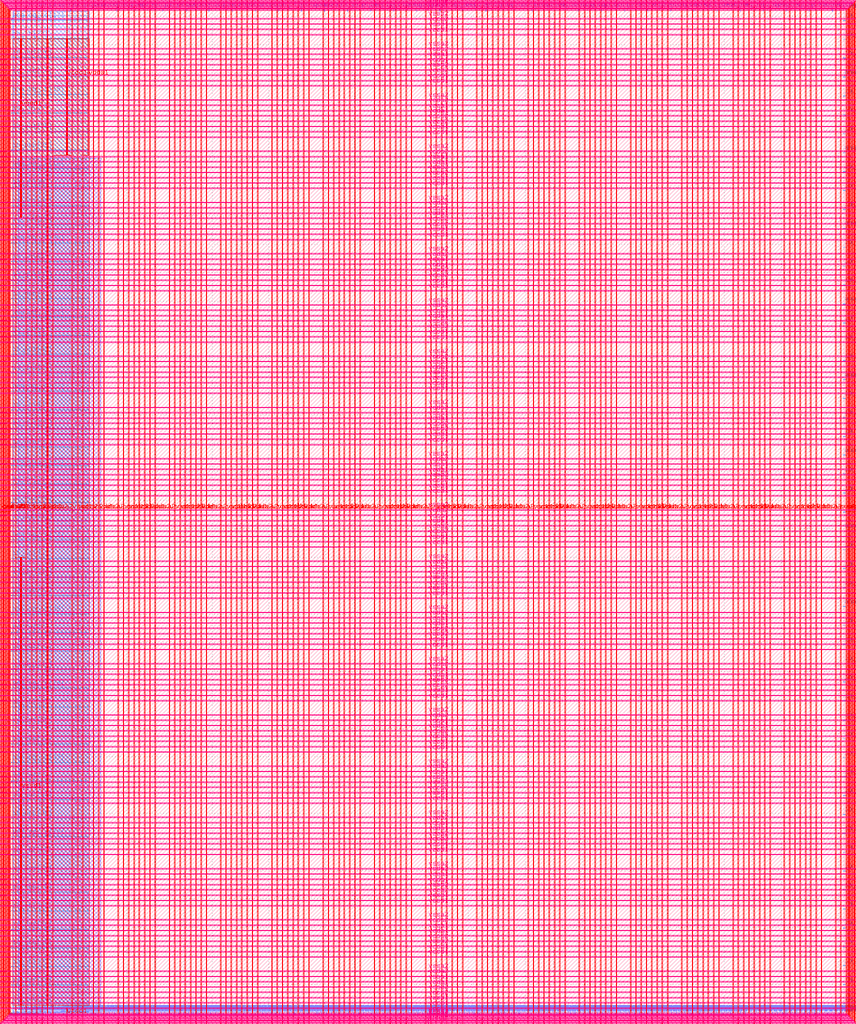
<source format=lef>
VERSION 5.7 ;
  NOWIREEXTENSIONATPIN ON ;
  DIVIDERCHAR "/" ;
  BUSBITCHARS "[]" ;
MACRO user_project_wrapper
  CLASS BLOCK ;
  FOREIGN user_project_wrapper ;
  ORIGIN 0.000 0.000 ;
  SIZE 2920.000 BY 3520.000 ;
  PIN analog_io[0]
    DIRECTION INOUT ;
    USE SIGNAL ;
    PORT
      LAYER met3 ;
        RECT 2917.600 1426.380 2924.800 1427.580 ;
    END
  END analog_io[0]
  PIN analog_io[10]
    DIRECTION INOUT ;
    USE SIGNAL ;
    PORT
      LAYER met2 ;
        RECT 2230.490 3517.600 2231.050 3524.800 ;
    END
  END analog_io[10]
  PIN analog_io[11]
    DIRECTION INOUT ;
    USE SIGNAL ;
    PORT
      LAYER met2 ;
        RECT 1905.730 3517.600 1906.290 3524.800 ;
    END
  END analog_io[11]
  PIN analog_io[12]
    DIRECTION INOUT ;
    USE SIGNAL ;
    PORT
      LAYER met2 ;
        RECT 1581.430 3517.600 1581.990 3524.800 ;
    END
  END analog_io[12]
  PIN analog_io[13]
    DIRECTION INOUT ;
    USE SIGNAL ;
    PORT
      LAYER met2 ;
        RECT 1257.130 3517.600 1257.690 3524.800 ;
    END
  END analog_io[13]
  PIN analog_io[14]
    DIRECTION INOUT ;
    USE SIGNAL ;
    PORT
      LAYER met2 ;
        RECT 932.370 3517.600 932.930 3524.800 ;
    END
  END analog_io[14]
  PIN analog_io[15]
    DIRECTION INOUT ;
    USE SIGNAL ;
    PORT
      LAYER met2 ;
        RECT 608.070 3517.600 608.630 3524.800 ;
    END
  END analog_io[15]
  PIN analog_io[16]
    DIRECTION INOUT ;
    USE SIGNAL ;
    PORT
      LAYER met2 ;
        RECT 283.770 3517.600 284.330 3524.800 ;
    END
  END analog_io[16]
  PIN analog_io[17]
    DIRECTION INOUT ;
    USE SIGNAL ;
    PORT
      LAYER met3 ;
        RECT -4.800 3486.100 2.400 3487.300 ;
    END
  END analog_io[17]
  PIN analog_io[18]
    DIRECTION INOUT ;
    USE SIGNAL ;
    PORT
      LAYER met3 ;
        RECT -4.800 3224.980 2.400 3226.180 ;
    END
  END analog_io[18]
  PIN analog_io[19]
    DIRECTION INOUT ;
    USE SIGNAL ;
    PORT
      LAYER met3 ;
        RECT -4.800 2964.540 2.400 2965.740 ;
    END
  END analog_io[19]
  PIN analog_io[1]
    DIRECTION INOUT ;
    USE SIGNAL ;
    PORT
      LAYER met3 ;
        RECT 2917.600 1692.260 2924.800 1693.460 ;
    END
  END analog_io[1]
  PIN analog_io[20]
    DIRECTION INOUT ;
    USE SIGNAL ;
    PORT
      LAYER met3 ;
        RECT -4.800 2703.420 2.400 2704.620 ;
    END
  END analog_io[20]
  PIN analog_io[21]
    DIRECTION INOUT ;
    USE SIGNAL ;
    PORT
      LAYER met3 ;
        RECT -4.800 2442.980 2.400 2444.180 ;
    END
  END analog_io[21]
  PIN analog_io[22]
    DIRECTION INOUT ;
    USE SIGNAL ;
    PORT
      LAYER met3 ;
        RECT -4.800 2182.540 2.400 2183.740 ;
    END
  END analog_io[22]
  PIN analog_io[23]
    DIRECTION INOUT ;
    USE SIGNAL ;
    PORT
      LAYER met3 ;
        RECT -4.800 1921.420 2.400 1922.620 ;
    END
  END analog_io[23]
  PIN analog_io[24]
    DIRECTION INOUT ;
    USE SIGNAL ;
    PORT
      LAYER met3 ;
        RECT -4.800 1660.980 2.400 1662.180 ;
    END
  END analog_io[24]
  PIN analog_io[25]
    DIRECTION INOUT ;
    USE SIGNAL ;
    PORT
      LAYER met3 ;
        RECT -4.800 1399.860 2.400 1401.060 ;
    END
  END analog_io[25]
  PIN analog_io[26]
    DIRECTION INOUT ;
    USE SIGNAL ;
    PORT
      LAYER met3 ;
        RECT -4.800 1139.420 2.400 1140.620 ;
    END
  END analog_io[26]
  PIN analog_io[27]
    DIRECTION INOUT ;
    USE SIGNAL ;
    PORT
      LAYER met3 ;
        RECT -4.800 878.980 2.400 880.180 ;
    END
  END analog_io[27]
  PIN analog_io[28]
    DIRECTION INOUT ;
    USE SIGNAL ;
    PORT
      LAYER met3 ;
        RECT -4.800 617.860 2.400 619.060 ;
    END
  END analog_io[28]
  PIN analog_io[2]
    DIRECTION INOUT ;
    USE SIGNAL ;
    PORT
      LAYER met3 ;
        RECT 2917.600 1958.140 2924.800 1959.340 ;
    END
  END analog_io[2]
  PIN analog_io[3]
    DIRECTION INOUT ;
    USE SIGNAL ;
    PORT
      LAYER met3 ;
        RECT 2917.600 2223.340 2924.800 2224.540 ;
    END
  END analog_io[3]
  PIN analog_io[4]
    DIRECTION INOUT ;
    USE SIGNAL ;
    PORT
      LAYER met3 ;
        RECT 2917.600 2489.220 2924.800 2490.420 ;
    END
  END analog_io[4]
  PIN analog_io[5]
    DIRECTION INOUT ;
    USE SIGNAL ;
    PORT
      LAYER met3 ;
        RECT 2917.600 2755.100 2924.800 2756.300 ;
    END
  END analog_io[5]
  PIN analog_io[6]
    DIRECTION INOUT ;
    USE SIGNAL ;
    PORT
      LAYER met3 ;
        RECT 2917.600 3020.300 2924.800 3021.500 ;
    END
  END analog_io[6]
  PIN analog_io[7]
    DIRECTION INOUT ;
    USE SIGNAL ;
    PORT
      LAYER met3 ;
        RECT 2917.600 3286.180 2924.800 3287.380 ;
    END
  END analog_io[7]
  PIN analog_io[8]
    DIRECTION INOUT ;
    USE SIGNAL ;
    PORT
      LAYER met2 ;
        RECT 2879.090 3517.600 2879.650 3524.800 ;
    END
  END analog_io[8]
  PIN analog_io[9]
    DIRECTION INOUT ;
    USE SIGNAL ;
    PORT
      LAYER met2 ;
        RECT 2554.790 3517.600 2555.350 3524.800 ;
    END
  END analog_io[9]
  PIN io_in[0]
    DIRECTION INPUT ;
    USE SIGNAL ;
    PORT
      LAYER met3 ;
        RECT 2917.600 32.380 2924.800 33.580 ;
    END
  END io_in[0]
  PIN io_in[10]
    DIRECTION INPUT ;
    USE SIGNAL ;
    PORT
      LAYER met3 ;
        RECT 2917.600 2289.980 2924.800 2291.180 ;
    END
  END io_in[10]
  PIN io_in[11]
    DIRECTION INPUT ;
    USE SIGNAL ;
    PORT
      LAYER met3 ;
        RECT 2917.600 2555.860 2924.800 2557.060 ;
    END
  END io_in[11]
  PIN io_in[12]
    DIRECTION INPUT ;
    USE SIGNAL ;
    PORT
      LAYER met3 ;
        RECT 2917.600 2821.060 2924.800 2822.260 ;
    END
  END io_in[12]
  PIN io_in[13]
    DIRECTION INPUT ;
    USE SIGNAL ;
    PORT
      LAYER met3 ;
        RECT 2917.600 3086.940 2924.800 3088.140 ;
    END
  END io_in[13]
  PIN io_in[14]
    DIRECTION INPUT ;
    USE SIGNAL ;
    PORT
      LAYER met3 ;
        RECT 2917.600 3352.820 2924.800 3354.020 ;
    END
  END io_in[14]
  PIN io_in[15]
    DIRECTION INPUT ;
    USE SIGNAL ;
    PORT
      LAYER met2 ;
        RECT 2798.130 3517.600 2798.690 3524.800 ;
    END
  END io_in[15]
  PIN io_in[16]
    DIRECTION INPUT ;
    USE SIGNAL ;
    PORT
      LAYER met2 ;
        RECT 2473.830 3517.600 2474.390 3524.800 ;
    END
  END io_in[16]
  PIN io_in[17]
    DIRECTION INPUT ;
    USE SIGNAL ;
    PORT
      LAYER met2 ;
        RECT 2149.070 3517.600 2149.630 3524.800 ;
    END
  END io_in[17]
  PIN io_in[18]
    DIRECTION INPUT ;
    USE SIGNAL ;
    PORT
      LAYER met2 ;
        RECT 1824.770 3517.600 1825.330 3524.800 ;
    END
  END io_in[18]
  PIN io_in[19]
    DIRECTION INPUT ;
    USE SIGNAL ;
    PORT
      LAYER met2 ;
        RECT 1500.470 3517.600 1501.030 3524.800 ;
    END
  END io_in[19]
  PIN io_in[1]
    DIRECTION INPUT ;
    USE SIGNAL ;
    PORT
      LAYER met3 ;
        RECT 2917.600 230.940 2924.800 232.140 ;
    END
  END io_in[1]
  PIN io_in[20]
    DIRECTION INPUT ;
    USE SIGNAL ;
    PORT
      LAYER met2 ;
        RECT 1175.710 3517.600 1176.270 3524.800 ;
    END
  END io_in[20]
  PIN io_in[21]
    DIRECTION INPUT ;
    USE SIGNAL ;
    PORT
      LAYER met2 ;
        RECT 851.410 3517.600 851.970 3524.800 ;
    END
  END io_in[21]
  PIN io_in[22]
    DIRECTION INPUT ;
    USE SIGNAL ;
    PORT
      LAYER met2 ;
        RECT 527.110 3517.600 527.670 3524.800 ;
    END
  END io_in[22]
  PIN io_in[23]
    DIRECTION INPUT ;
    USE SIGNAL ;
    PORT
      LAYER met2 ;
        RECT 202.350 3517.600 202.910 3524.800 ;
    END
  END io_in[23]
  PIN io_in[24]
    DIRECTION INPUT ;
    USE SIGNAL ;
    PORT
      LAYER met3 ;
        RECT -4.800 3420.820 2.400 3422.020 ;
    END
  END io_in[24]
  PIN io_in[25]
    DIRECTION INPUT ;
    USE SIGNAL ;
    PORT
      LAYER met3 ;
        RECT -4.800 3159.700 2.400 3160.900 ;
    END
  END io_in[25]
  PIN io_in[26]
    DIRECTION INPUT ;
    USE SIGNAL ;
    PORT
      LAYER met3 ;
        RECT -4.800 2899.260 2.400 2900.460 ;
    END
  END io_in[26]
  PIN io_in[27]
    DIRECTION INPUT ;
    USE SIGNAL ;
    PORT
      LAYER met3 ;
        RECT -4.800 2638.820 2.400 2640.020 ;
    END
  END io_in[27]
  PIN io_in[28]
    DIRECTION INPUT ;
    USE SIGNAL ;
    PORT
      LAYER met3 ;
        RECT -4.800 2377.700 2.400 2378.900 ;
    END
  END io_in[28]
  PIN io_in[29]
    DIRECTION INPUT ;
    USE SIGNAL ;
    PORT
      LAYER met3 ;
        RECT -4.800 2117.260 2.400 2118.460 ;
    END
  END io_in[29]
  PIN io_in[2]
    DIRECTION INPUT ;
    USE SIGNAL ;
    PORT
      LAYER met3 ;
        RECT 2917.600 430.180 2924.800 431.380 ;
    END
  END io_in[2]
  PIN io_in[30]
    DIRECTION INPUT ;
    USE SIGNAL ;
    PORT
      LAYER met3 ;
        RECT -4.800 1856.140 2.400 1857.340 ;
    END
  END io_in[30]
  PIN io_in[31]
    DIRECTION INPUT ;
    USE SIGNAL ;
    PORT
      LAYER met3 ;
        RECT -4.800 1595.700 2.400 1596.900 ;
    END
  END io_in[31]
  PIN io_in[32]
    DIRECTION INPUT ;
    USE SIGNAL ;
    PORT
      LAYER met3 ;
        RECT -4.800 1335.260 2.400 1336.460 ;
    END
  END io_in[32]
  PIN io_in[33]
    DIRECTION INPUT ;
    USE SIGNAL ;
    PORT
      LAYER met3 ;
        RECT -4.800 1074.140 2.400 1075.340 ;
    END
  END io_in[33]
  PIN io_in[34]
    DIRECTION INPUT ;
    USE SIGNAL ;
    PORT
      LAYER met3 ;
        RECT -4.800 813.700 2.400 814.900 ;
    END
  END io_in[34]
  PIN io_in[35]
    DIRECTION INPUT ;
    USE SIGNAL ;
    PORT
      LAYER met3 ;
        RECT -4.800 552.580 2.400 553.780 ;
    END
  END io_in[35]
  PIN io_in[36]
    DIRECTION INPUT ;
    USE SIGNAL ;
    PORT
      LAYER met3 ;
        RECT -4.800 357.420 2.400 358.620 ;
    END
  END io_in[36]
  PIN io_in[37]
    DIRECTION INPUT ;
    USE SIGNAL ;
    PORT
      LAYER met3 ;
        RECT -4.800 161.580 2.400 162.780 ;
    END
  END io_in[37]
  PIN io_in[3]
    DIRECTION INPUT ;
    USE SIGNAL ;
    PORT
      LAYER met3 ;
        RECT 2917.600 629.420 2924.800 630.620 ;
    END
  END io_in[3]
  PIN io_in[4]
    DIRECTION INPUT ;
    USE SIGNAL ;
    PORT
      LAYER met3 ;
        RECT 2917.600 828.660 2924.800 829.860 ;
    END
  END io_in[4]
  PIN io_in[5]
    DIRECTION INPUT ;
    USE SIGNAL ;
    PORT
      LAYER met3 ;
        RECT 2917.600 1027.900 2924.800 1029.100 ;
    END
  END io_in[5]
  PIN io_in[6]
    DIRECTION INPUT ;
    USE SIGNAL ;
    PORT
      LAYER met3 ;
        RECT 2917.600 1227.140 2924.800 1228.340 ;
    END
  END io_in[6]
  PIN io_in[7]
    DIRECTION INPUT ;
    USE SIGNAL ;
    PORT
      LAYER met3 ;
        RECT 2917.600 1493.020 2924.800 1494.220 ;
    END
  END io_in[7]
  PIN io_in[8]
    DIRECTION INPUT ;
    USE SIGNAL ;
    PORT
      LAYER met3 ;
        RECT 2917.600 1758.900 2924.800 1760.100 ;
    END
  END io_in[8]
  PIN io_in[9]
    DIRECTION INPUT ;
    USE SIGNAL ;
    PORT
      LAYER met3 ;
        RECT 2917.600 2024.100 2924.800 2025.300 ;
    END
  END io_in[9]
  PIN io_oeb[0]
    DIRECTION OUTPUT TRISTATE ;
    USE SIGNAL ;
    PORT
      LAYER met3 ;
        RECT 2917.600 164.980 2924.800 166.180 ;
    END
  END io_oeb[0]
  PIN io_oeb[10]
    DIRECTION OUTPUT TRISTATE ;
    USE SIGNAL ;
    PORT
      LAYER met3 ;
        RECT 2917.600 2422.580 2924.800 2423.780 ;
    END
  END io_oeb[10]
  PIN io_oeb[11]
    DIRECTION OUTPUT TRISTATE ;
    USE SIGNAL ;
    PORT
      LAYER met3 ;
        RECT 2917.600 2688.460 2924.800 2689.660 ;
    END
  END io_oeb[11]
  PIN io_oeb[12]
    DIRECTION OUTPUT TRISTATE ;
    USE SIGNAL ;
    PORT
      LAYER met3 ;
        RECT 2917.600 2954.340 2924.800 2955.540 ;
    END
  END io_oeb[12]
  PIN io_oeb[13]
    DIRECTION OUTPUT TRISTATE ;
    USE SIGNAL ;
    PORT
      LAYER met3 ;
        RECT 2917.600 3219.540 2924.800 3220.740 ;
    END
  END io_oeb[13]
  PIN io_oeb[14]
    DIRECTION OUTPUT TRISTATE ;
    USE SIGNAL ;
    PORT
      LAYER met3 ;
        RECT 2917.600 3485.420 2924.800 3486.620 ;
    END
  END io_oeb[14]
  PIN io_oeb[15]
    DIRECTION OUTPUT TRISTATE ;
    USE SIGNAL ;
    PORT
      LAYER met2 ;
        RECT 2635.750 3517.600 2636.310 3524.800 ;
    END
  END io_oeb[15]
  PIN io_oeb[16]
    DIRECTION OUTPUT TRISTATE ;
    USE SIGNAL ;
    PORT
      LAYER met2 ;
        RECT 2311.450 3517.600 2312.010 3524.800 ;
    END
  END io_oeb[16]
  PIN io_oeb[17]
    DIRECTION OUTPUT TRISTATE ;
    USE SIGNAL ;
    PORT
      LAYER met2 ;
        RECT 1987.150 3517.600 1987.710 3524.800 ;
    END
  END io_oeb[17]
  PIN io_oeb[18]
    DIRECTION OUTPUT TRISTATE ;
    USE SIGNAL ;
    PORT
      LAYER met2 ;
        RECT 1662.390 3517.600 1662.950 3524.800 ;
    END
  END io_oeb[18]
  PIN io_oeb[19]
    DIRECTION OUTPUT TRISTATE ;
    USE SIGNAL ;
    PORT
      LAYER met2 ;
        RECT 1338.090 3517.600 1338.650 3524.800 ;
    END
  END io_oeb[19]
  PIN io_oeb[1]
    DIRECTION OUTPUT TRISTATE ;
    USE SIGNAL ;
    PORT
      LAYER met3 ;
        RECT 2917.600 364.220 2924.800 365.420 ;
    END
  END io_oeb[1]
  PIN io_oeb[20]
    DIRECTION OUTPUT TRISTATE ;
    USE SIGNAL ;
    PORT
      LAYER met2 ;
        RECT 1013.790 3517.600 1014.350 3524.800 ;
    END
  END io_oeb[20]
  PIN io_oeb[21]
    DIRECTION OUTPUT TRISTATE ;
    USE SIGNAL ;
    PORT
      LAYER met2 ;
        RECT 689.030 3517.600 689.590 3524.800 ;
    END
  END io_oeb[21]
  PIN io_oeb[22]
    DIRECTION OUTPUT TRISTATE ;
    USE SIGNAL ;
    PORT
      LAYER met2 ;
        RECT 364.730 3517.600 365.290 3524.800 ;
    END
  END io_oeb[22]
  PIN io_oeb[23]
    DIRECTION OUTPUT TRISTATE ;
    USE SIGNAL ;
    PORT
      LAYER met2 ;
        RECT 40.430 3517.600 40.990 3524.800 ;
    END
  END io_oeb[23]
  PIN io_oeb[24]
    DIRECTION OUTPUT TRISTATE ;
    USE SIGNAL ;
    PORT
      LAYER met3 ;
        RECT -4.800 3290.260 2.400 3291.460 ;
    END
  END io_oeb[24]
  PIN io_oeb[25]
    DIRECTION OUTPUT TRISTATE ;
    USE SIGNAL ;
    PORT
      LAYER met3 ;
        RECT -4.800 3029.820 2.400 3031.020 ;
    END
  END io_oeb[25]
  PIN io_oeb[26]
    DIRECTION OUTPUT TRISTATE ;
    USE SIGNAL ;
    PORT
      LAYER met3 ;
        RECT -4.800 2768.700 2.400 2769.900 ;
    END
  END io_oeb[26]
  PIN io_oeb[27]
    DIRECTION OUTPUT TRISTATE ;
    USE SIGNAL ;
    PORT
      LAYER met3 ;
        RECT -4.800 2508.260 2.400 2509.460 ;
    END
  END io_oeb[27]
  PIN io_oeb[28]
    DIRECTION OUTPUT TRISTATE ;
    USE SIGNAL ;
    PORT
      LAYER met3 ;
        RECT -4.800 2247.140 2.400 2248.340 ;
    END
  END io_oeb[28]
  PIN io_oeb[29]
    DIRECTION OUTPUT TRISTATE ;
    USE SIGNAL ;
    PORT
      LAYER met3 ;
        RECT -4.800 1986.700 2.400 1987.900 ;
    END
  END io_oeb[29]
  PIN io_oeb[2]
    DIRECTION OUTPUT TRISTATE ;
    USE SIGNAL ;
    PORT
      LAYER met3 ;
        RECT 2917.600 563.460 2924.800 564.660 ;
    END
  END io_oeb[2]
  PIN io_oeb[30]
    DIRECTION OUTPUT TRISTATE ;
    USE SIGNAL ;
    PORT
      LAYER met3 ;
        RECT -4.800 1726.260 2.400 1727.460 ;
    END
  END io_oeb[30]
  PIN io_oeb[31]
    DIRECTION OUTPUT TRISTATE ;
    USE SIGNAL ;
    PORT
      LAYER met3 ;
        RECT -4.800 1465.140 2.400 1466.340 ;
    END
  END io_oeb[31]
  PIN io_oeb[32]
    DIRECTION OUTPUT TRISTATE ;
    USE SIGNAL ;
    PORT
      LAYER met3 ;
        RECT -4.800 1204.700 2.400 1205.900 ;
    END
  END io_oeb[32]
  PIN io_oeb[33]
    DIRECTION OUTPUT TRISTATE ;
    USE SIGNAL ;
    PORT
      LAYER met3 ;
        RECT -4.800 943.580 2.400 944.780 ;
    END
  END io_oeb[33]
  PIN io_oeb[34]
    DIRECTION OUTPUT TRISTATE ;
    USE SIGNAL ;
    PORT
      LAYER met3 ;
        RECT -4.800 683.140 2.400 684.340 ;
    END
  END io_oeb[34]
  PIN io_oeb[35]
    DIRECTION OUTPUT TRISTATE ;
    USE SIGNAL ;
    PORT
      LAYER met3 ;
        RECT -4.800 422.700 2.400 423.900 ;
    END
  END io_oeb[35]
  PIN io_oeb[36]
    DIRECTION OUTPUT TRISTATE ;
    USE SIGNAL ;
    PORT
      LAYER met3 ;
        RECT -4.800 226.860 2.400 228.060 ;
    END
  END io_oeb[36]
  PIN io_oeb[37]
    DIRECTION OUTPUT TRISTATE ;
    USE SIGNAL ;
    PORT
      LAYER met3 ;
        RECT -4.800 31.700 2.400 32.900 ;
    END
  END io_oeb[37]
  PIN io_oeb[3]
    DIRECTION OUTPUT TRISTATE ;
    USE SIGNAL ;
    PORT
      LAYER met3 ;
        RECT 2917.600 762.700 2924.800 763.900 ;
    END
  END io_oeb[3]
  PIN io_oeb[4]
    DIRECTION OUTPUT TRISTATE ;
    USE SIGNAL ;
    PORT
      LAYER met3 ;
        RECT 2917.600 961.940 2924.800 963.140 ;
    END
  END io_oeb[4]
  PIN io_oeb[5]
    DIRECTION OUTPUT TRISTATE ;
    USE SIGNAL ;
    PORT
      LAYER met3 ;
        RECT 2917.600 1161.180 2924.800 1162.380 ;
    END
  END io_oeb[5]
  PIN io_oeb[6]
    DIRECTION OUTPUT TRISTATE ;
    USE SIGNAL ;
    PORT
      LAYER met3 ;
        RECT 2917.600 1360.420 2924.800 1361.620 ;
    END
  END io_oeb[6]
  PIN io_oeb[7]
    DIRECTION OUTPUT TRISTATE ;
    USE SIGNAL ;
    PORT
      LAYER met3 ;
        RECT 2917.600 1625.620 2924.800 1626.820 ;
    END
  END io_oeb[7]
  PIN io_oeb[8]
    DIRECTION OUTPUT TRISTATE ;
    USE SIGNAL ;
    PORT
      LAYER met3 ;
        RECT 2917.600 1891.500 2924.800 1892.700 ;
    END
  END io_oeb[8]
  PIN io_oeb[9]
    DIRECTION OUTPUT TRISTATE ;
    USE SIGNAL ;
    PORT
      LAYER met3 ;
        RECT 2917.600 2157.380 2924.800 2158.580 ;
    END
  END io_oeb[9]
  PIN io_out[0]
    DIRECTION OUTPUT TRISTATE ;
    USE SIGNAL ;
    PORT
      LAYER met3 ;
        RECT 2917.600 98.340 2924.800 99.540 ;
    END
  END io_out[0]
  PIN io_out[10]
    DIRECTION OUTPUT TRISTATE ;
    USE SIGNAL ;
    PORT
      LAYER met3 ;
        RECT 2917.600 2356.620 2924.800 2357.820 ;
    END
  END io_out[10]
  PIN io_out[11]
    DIRECTION OUTPUT TRISTATE ;
    USE SIGNAL ;
    PORT
      LAYER met3 ;
        RECT 2917.600 2621.820 2924.800 2623.020 ;
    END
  END io_out[11]
  PIN io_out[12]
    DIRECTION OUTPUT TRISTATE ;
    USE SIGNAL ;
    PORT
      LAYER met3 ;
        RECT 2917.600 2887.700 2924.800 2888.900 ;
    END
  END io_out[12]
  PIN io_out[13]
    DIRECTION OUTPUT TRISTATE ;
    USE SIGNAL ;
    PORT
      LAYER met3 ;
        RECT 2917.600 3153.580 2924.800 3154.780 ;
    END
  END io_out[13]
  PIN io_out[14]
    DIRECTION OUTPUT TRISTATE ;
    USE SIGNAL ;
    PORT
      LAYER met3 ;
        RECT 2917.600 3418.780 2924.800 3419.980 ;
    END
  END io_out[14]
  PIN io_out[15]
    DIRECTION OUTPUT TRISTATE ;
    USE SIGNAL ;
    PORT
      LAYER met2 ;
        RECT 2717.170 3517.600 2717.730 3524.800 ;
    END
  END io_out[15]
  PIN io_out[16]
    DIRECTION OUTPUT TRISTATE ;
    USE SIGNAL ;
    PORT
      LAYER met2 ;
        RECT 2392.410 3517.600 2392.970 3524.800 ;
    END
  END io_out[16]
  PIN io_out[17]
    DIRECTION OUTPUT TRISTATE ;
    USE SIGNAL ;
    PORT
      LAYER met2 ;
        RECT 2068.110 3517.600 2068.670 3524.800 ;
    END
  END io_out[17]
  PIN io_out[18]
    DIRECTION OUTPUT TRISTATE ;
    USE SIGNAL ;
    PORT
      LAYER met2 ;
        RECT 1743.810 3517.600 1744.370 3524.800 ;
    END
  END io_out[18]
  PIN io_out[19]
    DIRECTION OUTPUT TRISTATE ;
    USE SIGNAL ;
    PORT
      LAYER met2 ;
        RECT 1419.050 3517.600 1419.610 3524.800 ;
    END
  END io_out[19]
  PIN io_out[1]
    DIRECTION OUTPUT TRISTATE ;
    USE SIGNAL ;
    PORT
      LAYER met3 ;
        RECT 2917.600 297.580 2924.800 298.780 ;
    END
  END io_out[1]
  PIN io_out[20]
    DIRECTION OUTPUT TRISTATE ;
    USE SIGNAL ;
    PORT
      LAYER met2 ;
        RECT 1094.750 3517.600 1095.310 3524.800 ;
    END
  END io_out[20]
  PIN io_out[21]
    DIRECTION OUTPUT TRISTATE ;
    USE SIGNAL ;
    PORT
      LAYER met2 ;
        RECT 770.450 3517.600 771.010 3524.800 ;
    END
  END io_out[21]
  PIN io_out[22]
    DIRECTION OUTPUT TRISTATE ;
    USE SIGNAL ;
    PORT
      LAYER met2 ;
        RECT 445.690 3517.600 446.250 3524.800 ;
    END
  END io_out[22]
  PIN io_out[23]
    DIRECTION OUTPUT TRISTATE ;
    USE SIGNAL ;
    PORT
      LAYER met2 ;
        RECT 121.390 3517.600 121.950 3524.800 ;
    END
  END io_out[23]
  PIN io_out[24]
    DIRECTION OUTPUT TRISTATE ;
    USE SIGNAL ;
    PORT
      LAYER met3 ;
        RECT -4.800 3355.540 2.400 3356.740 ;
    END
  END io_out[24]
  PIN io_out[25]
    DIRECTION OUTPUT TRISTATE ;
    USE SIGNAL ;
    PORT
      LAYER met3 ;
        RECT -4.800 3095.100 2.400 3096.300 ;
    END
  END io_out[25]
  PIN io_out[26]
    DIRECTION OUTPUT TRISTATE ;
    USE SIGNAL ;
    PORT
      LAYER met3 ;
        RECT -4.800 2833.980 2.400 2835.180 ;
    END
  END io_out[26]
  PIN io_out[27]
    DIRECTION OUTPUT TRISTATE ;
    USE SIGNAL ;
    PORT
      LAYER met3 ;
        RECT -4.800 2573.540 2.400 2574.740 ;
    END
  END io_out[27]
  PIN io_out[28]
    DIRECTION OUTPUT TRISTATE ;
    USE SIGNAL ;
    PORT
      LAYER met3 ;
        RECT -4.800 2312.420 2.400 2313.620 ;
    END
  END io_out[28]
  PIN io_out[29]
    DIRECTION OUTPUT TRISTATE ;
    USE SIGNAL ;
    PORT
      LAYER met3 ;
        RECT -4.800 2051.980 2.400 2053.180 ;
    END
  END io_out[29]
  PIN io_out[2]
    DIRECTION OUTPUT TRISTATE ;
    USE SIGNAL ;
    PORT
      LAYER met3 ;
        RECT 2917.600 496.820 2924.800 498.020 ;
    END
  END io_out[2]
  PIN io_out[30]
    DIRECTION OUTPUT TRISTATE ;
    USE SIGNAL ;
    PORT
      LAYER met3 ;
        RECT -4.800 1791.540 2.400 1792.740 ;
    END
  END io_out[30]
  PIN io_out[31]
    DIRECTION OUTPUT TRISTATE ;
    USE SIGNAL ;
    PORT
      LAYER met3 ;
        RECT -4.800 1530.420 2.400 1531.620 ;
    END
  END io_out[31]
  PIN io_out[32]
    DIRECTION OUTPUT TRISTATE ;
    USE SIGNAL ;
    PORT
      LAYER met3 ;
        RECT -4.800 1269.980 2.400 1271.180 ;
    END
  END io_out[32]
  PIN io_out[33]
    DIRECTION OUTPUT TRISTATE ;
    USE SIGNAL ;
    PORT
      LAYER met3 ;
        RECT -4.800 1008.860 2.400 1010.060 ;
    END
  END io_out[33]
  PIN io_out[34]
    DIRECTION OUTPUT TRISTATE ;
    USE SIGNAL ;
    PORT
      LAYER met3 ;
        RECT -4.800 748.420 2.400 749.620 ;
    END
  END io_out[34]
  PIN io_out[35]
    DIRECTION OUTPUT TRISTATE ;
    USE SIGNAL ;
    PORT
      LAYER met3 ;
        RECT -4.800 487.300 2.400 488.500 ;
    END
  END io_out[35]
  PIN io_out[36]
    DIRECTION OUTPUT TRISTATE ;
    USE SIGNAL ;
    PORT
      LAYER met3 ;
        RECT -4.800 292.140 2.400 293.340 ;
    END
  END io_out[36]
  PIN io_out[37]
    DIRECTION OUTPUT TRISTATE ;
    USE SIGNAL ;
    PORT
      LAYER met3 ;
        RECT -4.800 96.300 2.400 97.500 ;
    END
  END io_out[37]
  PIN io_out[3]
    DIRECTION OUTPUT TRISTATE ;
    USE SIGNAL ;
    PORT
      LAYER met3 ;
        RECT 2917.600 696.060 2924.800 697.260 ;
    END
  END io_out[3]
  PIN io_out[4]
    DIRECTION OUTPUT TRISTATE ;
    USE SIGNAL ;
    PORT
      LAYER met3 ;
        RECT 2917.600 895.300 2924.800 896.500 ;
    END
  END io_out[4]
  PIN io_out[5]
    DIRECTION OUTPUT TRISTATE ;
    USE SIGNAL ;
    PORT
      LAYER met3 ;
        RECT 2917.600 1094.540 2924.800 1095.740 ;
    END
  END io_out[5]
  PIN io_out[6]
    DIRECTION OUTPUT TRISTATE ;
    USE SIGNAL ;
    PORT
      LAYER met3 ;
        RECT 2917.600 1293.780 2924.800 1294.980 ;
    END
  END io_out[6]
  PIN io_out[7]
    DIRECTION OUTPUT TRISTATE ;
    USE SIGNAL ;
    PORT
      LAYER met3 ;
        RECT 2917.600 1559.660 2924.800 1560.860 ;
    END
  END io_out[7]
  PIN io_out[8]
    DIRECTION OUTPUT TRISTATE ;
    USE SIGNAL ;
    PORT
      LAYER met3 ;
        RECT 2917.600 1824.860 2924.800 1826.060 ;
    END
  END io_out[8]
  PIN io_out[9]
    DIRECTION OUTPUT TRISTATE ;
    USE SIGNAL ;
    PORT
      LAYER met3 ;
        RECT 2917.600 2090.740 2924.800 2091.940 ;
    END
  END io_out[9]
  PIN la_data_in[0]
    DIRECTION INPUT ;
    USE SIGNAL ;
    PORT
      LAYER met2 ;
        RECT 629.230 -4.800 629.790 2.400 ;
    END
  END la_data_in[0]
  PIN la_data_in[100]
    DIRECTION INPUT ;
    USE SIGNAL ;
    PORT
      LAYER met2 ;
        RECT 2402.530 -4.800 2403.090 2.400 ;
    END
  END la_data_in[100]
  PIN la_data_in[101]
    DIRECTION INPUT ;
    USE SIGNAL ;
    PORT
      LAYER met2 ;
        RECT 2420.010 -4.800 2420.570 2.400 ;
    END
  END la_data_in[101]
  PIN la_data_in[102]
    DIRECTION INPUT ;
    USE SIGNAL ;
    PORT
      LAYER met2 ;
        RECT 2437.950 -4.800 2438.510 2.400 ;
    END
  END la_data_in[102]
  PIN la_data_in[103]
    DIRECTION INPUT ;
    USE SIGNAL ;
    PORT
      LAYER met2 ;
        RECT 2455.430 -4.800 2455.990 2.400 ;
    END
  END la_data_in[103]
  PIN la_data_in[104]
    DIRECTION INPUT ;
    USE SIGNAL ;
    PORT
      LAYER met2 ;
        RECT 2473.370 -4.800 2473.930 2.400 ;
    END
  END la_data_in[104]
  PIN la_data_in[105]
    DIRECTION INPUT ;
    USE SIGNAL ;
    PORT
      LAYER met2 ;
        RECT 2490.850 -4.800 2491.410 2.400 ;
    END
  END la_data_in[105]
  PIN la_data_in[106]
    DIRECTION INPUT ;
    USE SIGNAL ;
    PORT
      LAYER met2 ;
        RECT 2508.790 -4.800 2509.350 2.400 ;
    END
  END la_data_in[106]
  PIN la_data_in[107]
    DIRECTION INPUT ;
    USE SIGNAL ;
    PORT
      LAYER met2 ;
        RECT 2526.730 -4.800 2527.290 2.400 ;
    END
  END la_data_in[107]
  PIN la_data_in[108]
    DIRECTION INPUT ;
    USE SIGNAL ;
    PORT
      LAYER met2 ;
        RECT 2544.210 -4.800 2544.770 2.400 ;
    END
  END la_data_in[108]
  PIN la_data_in[109]
    DIRECTION INPUT ;
    USE SIGNAL ;
    PORT
      LAYER met2 ;
        RECT 2562.150 -4.800 2562.710 2.400 ;
    END
  END la_data_in[109]
  PIN la_data_in[10]
    DIRECTION INPUT ;
    USE SIGNAL ;
    PORT
      LAYER met2 ;
        RECT 806.330 -4.800 806.890 2.400 ;
    END
  END la_data_in[10]
  PIN la_data_in[110]
    DIRECTION INPUT ;
    USE SIGNAL ;
    PORT
      LAYER met2 ;
        RECT 2579.630 -4.800 2580.190 2.400 ;
    END
  END la_data_in[110]
  PIN la_data_in[111]
    DIRECTION INPUT ;
    USE SIGNAL ;
    PORT
      LAYER met2 ;
        RECT 2597.570 -4.800 2598.130 2.400 ;
    END
  END la_data_in[111]
  PIN la_data_in[112]
    DIRECTION INPUT ;
    USE SIGNAL ;
    PORT
      LAYER met2 ;
        RECT 2615.050 -4.800 2615.610 2.400 ;
    END
  END la_data_in[112]
  PIN la_data_in[113]
    DIRECTION INPUT ;
    USE SIGNAL ;
    PORT
      LAYER met2 ;
        RECT 2632.990 -4.800 2633.550 2.400 ;
    END
  END la_data_in[113]
  PIN la_data_in[114]
    DIRECTION INPUT ;
    USE SIGNAL ;
    PORT
      LAYER met2 ;
        RECT 2650.470 -4.800 2651.030 2.400 ;
    END
  END la_data_in[114]
  PIN la_data_in[115]
    DIRECTION INPUT ;
    USE SIGNAL ;
    PORT
      LAYER met2 ;
        RECT 2668.410 -4.800 2668.970 2.400 ;
    END
  END la_data_in[115]
  PIN la_data_in[116]
    DIRECTION INPUT ;
    USE SIGNAL ;
    PORT
      LAYER met2 ;
        RECT 2685.890 -4.800 2686.450 2.400 ;
    END
  END la_data_in[116]
  PIN la_data_in[117]
    DIRECTION INPUT ;
    USE SIGNAL ;
    PORT
      LAYER met2 ;
        RECT 2703.830 -4.800 2704.390 2.400 ;
    END
  END la_data_in[117]
  PIN la_data_in[118]
    DIRECTION INPUT ;
    USE SIGNAL ;
    PORT
      LAYER met2 ;
        RECT 2721.770 -4.800 2722.330 2.400 ;
    END
  END la_data_in[118]
  PIN la_data_in[119]
    DIRECTION INPUT ;
    USE SIGNAL ;
    PORT
      LAYER met2 ;
        RECT 2739.250 -4.800 2739.810 2.400 ;
    END
  END la_data_in[119]
  PIN la_data_in[11]
    DIRECTION INPUT ;
    USE SIGNAL ;
    PORT
      LAYER met2 ;
        RECT 824.270 -4.800 824.830 2.400 ;
    END
  END la_data_in[11]
  PIN la_data_in[120]
    DIRECTION INPUT ;
    USE SIGNAL ;
    PORT
      LAYER met2 ;
        RECT 2757.190 -4.800 2757.750 2.400 ;
    END
  END la_data_in[120]
  PIN la_data_in[121]
    DIRECTION INPUT ;
    USE SIGNAL ;
    PORT
      LAYER met2 ;
        RECT 2774.670 -4.800 2775.230 2.400 ;
    END
  END la_data_in[121]
  PIN la_data_in[122]
    DIRECTION INPUT ;
    USE SIGNAL ;
    PORT
      LAYER met2 ;
        RECT 2792.610 -4.800 2793.170 2.400 ;
    END
  END la_data_in[122]
  PIN la_data_in[123]
    DIRECTION INPUT ;
    USE SIGNAL ;
    PORT
      LAYER met2 ;
        RECT 2810.090 -4.800 2810.650 2.400 ;
    END
  END la_data_in[123]
  PIN la_data_in[124]
    DIRECTION INPUT ;
    USE SIGNAL ;
    PORT
      LAYER met2 ;
        RECT 2828.030 -4.800 2828.590 2.400 ;
    END
  END la_data_in[124]
  PIN la_data_in[125]
    DIRECTION INPUT ;
    USE SIGNAL ;
    PORT
      LAYER met2 ;
        RECT 2845.510 -4.800 2846.070 2.400 ;
    END
  END la_data_in[125]
  PIN la_data_in[126]
    DIRECTION INPUT ;
    USE SIGNAL ;
    PORT
      LAYER met2 ;
        RECT 2863.450 -4.800 2864.010 2.400 ;
    END
  END la_data_in[126]
  PIN la_data_in[127]
    DIRECTION INPUT ;
    USE SIGNAL ;
    PORT
      LAYER met2 ;
        RECT 2881.390 -4.800 2881.950 2.400 ;
    END
  END la_data_in[127]
  PIN la_data_in[12]
    DIRECTION INPUT ;
    USE SIGNAL ;
    PORT
      LAYER met2 ;
        RECT 841.750 -4.800 842.310 2.400 ;
    END
  END la_data_in[12]
  PIN la_data_in[13]
    DIRECTION INPUT ;
    USE SIGNAL ;
    PORT
      LAYER met2 ;
        RECT 859.690 -4.800 860.250 2.400 ;
    END
  END la_data_in[13]
  PIN la_data_in[14]
    DIRECTION INPUT ;
    USE SIGNAL ;
    PORT
      LAYER met2 ;
        RECT 877.170 -4.800 877.730 2.400 ;
    END
  END la_data_in[14]
  PIN la_data_in[15]
    DIRECTION INPUT ;
    USE SIGNAL ;
    PORT
      LAYER met2 ;
        RECT 895.110 -4.800 895.670 2.400 ;
    END
  END la_data_in[15]
  PIN la_data_in[16]
    DIRECTION INPUT ;
    USE SIGNAL ;
    PORT
      LAYER met2 ;
        RECT 912.590 -4.800 913.150 2.400 ;
    END
  END la_data_in[16]
  PIN la_data_in[17]
    DIRECTION INPUT ;
    USE SIGNAL ;
    PORT
      LAYER met2 ;
        RECT 930.530 -4.800 931.090 2.400 ;
    END
  END la_data_in[17]
  PIN la_data_in[18]
    DIRECTION INPUT ;
    USE SIGNAL ;
    PORT
      LAYER met2 ;
        RECT 948.470 -4.800 949.030 2.400 ;
    END
  END la_data_in[18]
  PIN la_data_in[19]
    DIRECTION INPUT ;
    USE SIGNAL ;
    PORT
      LAYER met2 ;
        RECT 965.950 -4.800 966.510 2.400 ;
    END
  END la_data_in[19]
  PIN la_data_in[1]
    DIRECTION INPUT ;
    USE SIGNAL ;
    PORT
      LAYER met2 ;
        RECT 646.710 -4.800 647.270 2.400 ;
    END
  END la_data_in[1]
  PIN la_data_in[20]
    DIRECTION INPUT ;
    USE SIGNAL ;
    PORT
      LAYER met2 ;
        RECT 983.890 -4.800 984.450 2.400 ;
    END
  END la_data_in[20]
  PIN la_data_in[21]
    DIRECTION INPUT ;
    USE SIGNAL ;
    PORT
      LAYER met2 ;
        RECT 1001.370 -4.800 1001.930 2.400 ;
    END
  END la_data_in[21]
  PIN la_data_in[22]
    DIRECTION INPUT ;
    USE SIGNAL ;
    PORT
      LAYER met2 ;
        RECT 1019.310 -4.800 1019.870 2.400 ;
    END
  END la_data_in[22]
  PIN la_data_in[23]
    DIRECTION INPUT ;
    USE SIGNAL ;
    PORT
      LAYER met2 ;
        RECT 1036.790 -4.800 1037.350 2.400 ;
    END
  END la_data_in[23]
  PIN la_data_in[24]
    DIRECTION INPUT ;
    USE SIGNAL ;
    PORT
      LAYER met2 ;
        RECT 1054.730 -4.800 1055.290 2.400 ;
    END
  END la_data_in[24]
  PIN la_data_in[25]
    DIRECTION INPUT ;
    USE SIGNAL ;
    PORT
      LAYER met2 ;
        RECT 1072.210 -4.800 1072.770 2.400 ;
    END
  END la_data_in[25]
  PIN la_data_in[26]
    DIRECTION INPUT ;
    USE SIGNAL ;
    PORT
      LAYER met2 ;
        RECT 1090.150 -4.800 1090.710 2.400 ;
    END
  END la_data_in[26]
  PIN la_data_in[27]
    DIRECTION INPUT ;
    USE SIGNAL ;
    PORT
      LAYER met2 ;
        RECT 1107.630 -4.800 1108.190 2.400 ;
    END
  END la_data_in[27]
  PIN la_data_in[28]
    DIRECTION INPUT ;
    USE SIGNAL ;
    PORT
      LAYER met2 ;
        RECT 1125.570 -4.800 1126.130 2.400 ;
    END
  END la_data_in[28]
  PIN la_data_in[29]
    DIRECTION INPUT ;
    USE SIGNAL ;
    PORT
      LAYER met2 ;
        RECT 1143.510 -4.800 1144.070 2.400 ;
    END
  END la_data_in[29]
  PIN la_data_in[2]
    DIRECTION INPUT ;
    USE SIGNAL ;
    PORT
      LAYER met2 ;
        RECT 664.650 -4.800 665.210 2.400 ;
    END
  END la_data_in[2]
  PIN la_data_in[30]
    DIRECTION INPUT ;
    USE SIGNAL ;
    PORT
      LAYER met2 ;
        RECT 1160.990 -4.800 1161.550 2.400 ;
    END
  END la_data_in[30]
  PIN la_data_in[31]
    DIRECTION INPUT ;
    USE SIGNAL ;
    PORT
      LAYER met2 ;
        RECT 1178.930 -4.800 1179.490 2.400 ;
    END
  END la_data_in[31]
  PIN la_data_in[32]
    DIRECTION INPUT ;
    USE SIGNAL ;
    PORT
      LAYER met2 ;
        RECT 1196.410 -4.800 1196.970 2.400 ;
    END
  END la_data_in[32]
  PIN la_data_in[33]
    DIRECTION INPUT ;
    USE SIGNAL ;
    PORT
      LAYER met2 ;
        RECT 1214.350 -4.800 1214.910 2.400 ;
    END
  END la_data_in[33]
  PIN la_data_in[34]
    DIRECTION INPUT ;
    USE SIGNAL ;
    PORT
      LAYER met2 ;
        RECT 1231.830 -4.800 1232.390 2.400 ;
    END
  END la_data_in[34]
  PIN la_data_in[35]
    DIRECTION INPUT ;
    USE SIGNAL ;
    PORT
      LAYER met2 ;
        RECT 1249.770 -4.800 1250.330 2.400 ;
    END
  END la_data_in[35]
  PIN la_data_in[36]
    DIRECTION INPUT ;
    USE SIGNAL ;
    PORT
      LAYER met2 ;
        RECT 1267.250 -4.800 1267.810 2.400 ;
    END
  END la_data_in[36]
  PIN la_data_in[37]
    DIRECTION INPUT ;
    USE SIGNAL ;
    PORT
      LAYER met2 ;
        RECT 1285.190 -4.800 1285.750 2.400 ;
    END
  END la_data_in[37]
  PIN la_data_in[38]
    DIRECTION INPUT ;
    USE SIGNAL ;
    PORT
      LAYER met2 ;
        RECT 1303.130 -4.800 1303.690 2.400 ;
    END
  END la_data_in[38]
  PIN la_data_in[39]
    DIRECTION INPUT ;
    USE SIGNAL ;
    PORT
      LAYER met2 ;
        RECT 1320.610 -4.800 1321.170 2.400 ;
    END
  END la_data_in[39]
  PIN la_data_in[3]
    DIRECTION INPUT ;
    USE SIGNAL ;
    PORT
      LAYER met2 ;
        RECT 682.130 -4.800 682.690 2.400 ;
    END
  END la_data_in[3]
  PIN la_data_in[40]
    DIRECTION INPUT ;
    USE SIGNAL ;
    PORT
      LAYER met2 ;
        RECT 1338.550 -4.800 1339.110 2.400 ;
    END
  END la_data_in[40]
  PIN la_data_in[41]
    DIRECTION INPUT ;
    USE SIGNAL ;
    PORT
      LAYER met2 ;
        RECT 1356.030 -4.800 1356.590 2.400 ;
    END
  END la_data_in[41]
  PIN la_data_in[42]
    DIRECTION INPUT ;
    USE SIGNAL ;
    PORT
      LAYER met2 ;
        RECT 1373.970 -4.800 1374.530 2.400 ;
    END
  END la_data_in[42]
  PIN la_data_in[43]
    DIRECTION INPUT ;
    USE SIGNAL ;
    PORT
      LAYER met2 ;
        RECT 1391.450 -4.800 1392.010 2.400 ;
    END
  END la_data_in[43]
  PIN la_data_in[44]
    DIRECTION INPUT ;
    USE SIGNAL ;
    PORT
      LAYER met2 ;
        RECT 1409.390 -4.800 1409.950 2.400 ;
    END
  END la_data_in[44]
  PIN la_data_in[45]
    DIRECTION INPUT ;
    USE SIGNAL ;
    PORT
      LAYER met2 ;
        RECT 1426.870 -4.800 1427.430 2.400 ;
    END
  END la_data_in[45]
  PIN la_data_in[46]
    DIRECTION INPUT ;
    USE SIGNAL ;
    PORT
      LAYER met2 ;
        RECT 1444.810 -4.800 1445.370 2.400 ;
    END
  END la_data_in[46]
  PIN la_data_in[47]
    DIRECTION INPUT ;
    USE SIGNAL ;
    PORT
      LAYER met2 ;
        RECT 1462.750 -4.800 1463.310 2.400 ;
    END
  END la_data_in[47]
  PIN la_data_in[48]
    DIRECTION INPUT ;
    USE SIGNAL ;
    PORT
      LAYER met2 ;
        RECT 1480.230 -4.800 1480.790 2.400 ;
    END
  END la_data_in[48]
  PIN la_data_in[49]
    DIRECTION INPUT ;
    USE SIGNAL ;
    PORT
      LAYER met2 ;
        RECT 1498.170 -4.800 1498.730 2.400 ;
    END
  END la_data_in[49]
  PIN la_data_in[4]
    DIRECTION INPUT ;
    USE SIGNAL ;
    PORT
      LAYER met2 ;
        RECT 700.070 -4.800 700.630 2.400 ;
    END
  END la_data_in[4]
  PIN la_data_in[50]
    DIRECTION INPUT ;
    USE SIGNAL ;
    PORT
      LAYER met2 ;
        RECT 1515.650 -4.800 1516.210 2.400 ;
    END
  END la_data_in[50]
  PIN la_data_in[51]
    DIRECTION INPUT ;
    USE SIGNAL ;
    PORT
      LAYER met2 ;
        RECT 1533.590 -4.800 1534.150 2.400 ;
    END
  END la_data_in[51]
  PIN la_data_in[52]
    DIRECTION INPUT ;
    USE SIGNAL ;
    PORT
      LAYER met2 ;
        RECT 1551.070 -4.800 1551.630 2.400 ;
    END
  END la_data_in[52]
  PIN la_data_in[53]
    DIRECTION INPUT ;
    USE SIGNAL ;
    PORT
      LAYER met2 ;
        RECT 1569.010 -4.800 1569.570 2.400 ;
    END
  END la_data_in[53]
  PIN la_data_in[54]
    DIRECTION INPUT ;
    USE SIGNAL ;
    PORT
      LAYER met2 ;
        RECT 1586.490 -4.800 1587.050 2.400 ;
    END
  END la_data_in[54]
  PIN la_data_in[55]
    DIRECTION INPUT ;
    USE SIGNAL ;
    PORT
      LAYER met2 ;
        RECT 1604.430 -4.800 1604.990 2.400 ;
    END
  END la_data_in[55]
  PIN la_data_in[56]
    DIRECTION INPUT ;
    USE SIGNAL ;
    PORT
      LAYER met2 ;
        RECT 1621.910 -4.800 1622.470 2.400 ;
    END
  END la_data_in[56]
  PIN la_data_in[57]
    DIRECTION INPUT ;
    USE SIGNAL ;
    PORT
      LAYER met2 ;
        RECT 1639.850 -4.800 1640.410 2.400 ;
    END
  END la_data_in[57]
  PIN la_data_in[58]
    DIRECTION INPUT ;
    USE SIGNAL ;
    PORT
      LAYER met2 ;
        RECT 1657.790 -4.800 1658.350 2.400 ;
    END
  END la_data_in[58]
  PIN la_data_in[59]
    DIRECTION INPUT ;
    USE SIGNAL ;
    PORT
      LAYER met2 ;
        RECT 1675.270 -4.800 1675.830 2.400 ;
    END
  END la_data_in[59]
  PIN la_data_in[5]
    DIRECTION INPUT ;
    USE SIGNAL ;
    PORT
      LAYER met2 ;
        RECT 717.550 -4.800 718.110 2.400 ;
    END
  END la_data_in[5]
  PIN la_data_in[60]
    DIRECTION INPUT ;
    USE SIGNAL ;
    PORT
      LAYER met2 ;
        RECT 1693.210 -4.800 1693.770 2.400 ;
    END
  END la_data_in[60]
  PIN la_data_in[61]
    DIRECTION INPUT ;
    USE SIGNAL ;
    PORT
      LAYER met2 ;
        RECT 1710.690 -4.800 1711.250 2.400 ;
    END
  END la_data_in[61]
  PIN la_data_in[62]
    DIRECTION INPUT ;
    USE SIGNAL ;
    PORT
      LAYER met2 ;
        RECT 1728.630 -4.800 1729.190 2.400 ;
    END
  END la_data_in[62]
  PIN la_data_in[63]
    DIRECTION INPUT ;
    USE SIGNAL ;
    PORT
      LAYER met2 ;
        RECT 1746.110 -4.800 1746.670 2.400 ;
    END
  END la_data_in[63]
  PIN la_data_in[64]
    DIRECTION INPUT ;
    USE SIGNAL ;
    PORT
      LAYER met2 ;
        RECT 1764.050 -4.800 1764.610 2.400 ;
    END
  END la_data_in[64]
  PIN la_data_in[65]
    DIRECTION INPUT ;
    USE SIGNAL ;
    PORT
      LAYER met2 ;
        RECT 1781.530 -4.800 1782.090 2.400 ;
    END
  END la_data_in[65]
  PIN la_data_in[66]
    DIRECTION INPUT ;
    USE SIGNAL ;
    PORT
      LAYER met2 ;
        RECT 1799.470 -4.800 1800.030 2.400 ;
    END
  END la_data_in[66]
  PIN la_data_in[67]
    DIRECTION INPUT ;
    USE SIGNAL ;
    PORT
      LAYER met2 ;
        RECT 1817.410 -4.800 1817.970 2.400 ;
    END
  END la_data_in[67]
  PIN la_data_in[68]
    DIRECTION INPUT ;
    USE SIGNAL ;
    PORT
      LAYER met2 ;
        RECT 1834.890 -4.800 1835.450 2.400 ;
    END
  END la_data_in[68]
  PIN la_data_in[69]
    DIRECTION INPUT ;
    USE SIGNAL ;
    PORT
      LAYER met2 ;
        RECT 1852.830 -4.800 1853.390 2.400 ;
    END
  END la_data_in[69]
  PIN la_data_in[6]
    DIRECTION INPUT ;
    USE SIGNAL ;
    PORT
      LAYER met2 ;
        RECT 735.490 -4.800 736.050 2.400 ;
    END
  END la_data_in[6]
  PIN la_data_in[70]
    DIRECTION INPUT ;
    USE SIGNAL ;
    PORT
      LAYER met2 ;
        RECT 1870.310 -4.800 1870.870 2.400 ;
    END
  END la_data_in[70]
  PIN la_data_in[71]
    DIRECTION INPUT ;
    USE SIGNAL ;
    PORT
      LAYER met2 ;
        RECT 1888.250 -4.800 1888.810 2.400 ;
    END
  END la_data_in[71]
  PIN la_data_in[72]
    DIRECTION INPUT ;
    USE SIGNAL ;
    PORT
      LAYER met2 ;
        RECT 1905.730 -4.800 1906.290 2.400 ;
    END
  END la_data_in[72]
  PIN la_data_in[73]
    DIRECTION INPUT ;
    USE SIGNAL ;
    PORT
      LAYER met2 ;
        RECT 1923.670 -4.800 1924.230 2.400 ;
    END
  END la_data_in[73]
  PIN la_data_in[74]
    DIRECTION INPUT ;
    USE SIGNAL ;
    PORT
      LAYER met2 ;
        RECT 1941.150 -4.800 1941.710 2.400 ;
    END
  END la_data_in[74]
  PIN la_data_in[75]
    DIRECTION INPUT ;
    USE SIGNAL ;
    PORT
      LAYER met2 ;
        RECT 1959.090 -4.800 1959.650 2.400 ;
    END
  END la_data_in[75]
  PIN la_data_in[76]
    DIRECTION INPUT ;
    USE SIGNAL ;
    PORT
      LAYER met2 ;
        RECT 1976.570 -4.800 1977.130 2.400 ;
    END
  END la_data_in[76]
  PIN la_data_in[77]
    DIRECTION INPUT ;
    USE SIGNAL ;
    PORT
      LAYER met2 ;
        RECT 1994.510 -4.800 1995.070 2.400 ;
    END
  END la_data_in[77]
  PIN la_data_in[78]
    DIRECTION INPUT ;
    USE SIGNAL ;
    PORT
      LAYER met2 ;
        RECT 2012.450 -4.800 2013.010 2.400 ;
    END
  END la_data_in[78]
  PIN la_data_in[79]
    DIRECTION INPUT ;
    USE SIGNAL ;
    PORT
      LAYER met2 ;
        RECT 2029.930 -4.800 2030.490 2.400 ;
    END
  END la_data_in[79]
  PIN la_data_in[7]
    DIRECTION INPUT ;
    USE SIGNAL ;
    PORT
      LAYER met2 ;
        RECT 752.970 -4.800 753.530 2.400 ;
    END
  END la_data_in[7]
  PIN la_data_in[80]
    DIRECTION INPUT ;
    USE SIGNAL ;
    PORT
      LAYER met2 ;
        RECT 2047.870 -4.800 2048.430 2.400 ;
    END
  END la_data_in[80]
  PIN la_data_in[81]
    DIRECTION INPUT ;
    USE SIGNAL ;
    PORT
      LAYER met2 ;
        RECT 2065.350 -4.800 2065.910 2.400 ;
    END
  END la_data_in[81]
  PIN la_data_in[82]
    DIRECTION INPUT ;
    USE SIGNAL ;
    PORT
      LAYER met2 ;
        RECT 2083.290 -4.800 2083.850 2.400 ;
    END
  END la_data_in[82]
  PIN la_data_in[83]
    DIRECTION INPUT ;
    USE SIGNAL ;
    PORT
      LAYER met2 ;
        RECT 2100.770 -4.800 2101.330 2.400 ;
    END
  END la_data_in[83]
  PIN la_data_in[84]
    DIRECTION INPUT ;
    USE SIGNAL ;
    PORT
      LAYER met2 ;
        RECT 2118.710 -4.800 2119.270 2.400 ;
    END
  END la_data_in[84]
  PIN la_data_in[85]
    DIRECTION INPUT ;
    USE SIGNAL ;
    PORT
      LAYER met2 ;
        RECT 2136.190 -4.800 2136.750 2.400 ;
    END
  END la_data_in[85]
  PIN la_data_in[86]
    DIRECTION INPUT ;
    USE SIGNAL ;
    PORT
      LAYER met2 ;
        RECT 2154.130 -4.800 2154.690 2.400 ;
    END
  END la_data_in[86]
  PIN la_data_in[87]
    DIRECTION INPUT ;
    USE SIGNAL ;
    PORT
      LAYER met2 ;
        RECT 2172.070 -4.800 2172.630 2.400 ;
    END
  END la_data_in[87]
  PIN la_data_in[88]
    DIRECTION INPUT ;
    USE SIGNAL ;
    PORT
      LAYER met2 ;
        RECT 2189.550 -4.800 2190.110 2.400 ;
    END
  END la_data_in[88]
  PIN la_data_in[89]
    DIRECTION INPUT ;
    USE SIGNAL ;
    PORT
      LAYER met2 ;
        RECT 2207.490 -4.800 2208.050 2.400 ;
    END
  END la_data_in[89]
  PIN la_data_in[8]
    DIRECTION INPUT ;
    USE SIGNAL ;
    PORT
      LAYER met2 ;
        RECT 770.910 -4.800 771.470 2.400 ;
    END
  END la_data_in[8]
  PIN la_data_in[90]
    DIRECTION INPUT ;
    USE SIGNAL ;
    PORT
      LAYER met2 ;
        RECT 2224.970 -4.800 2225.530 2.400 ;
    END
  END la_data_in[90]
  PIN la_data_in[91]
    DIRECTION INPUT ;
    USE SIGNAL ;
    PORT
      LAYER met2 ;
        RECT 2242.910 -4.800 2243.470 2.400 ;
    END
  END la_data_in[91]
  PIN la_data_in[92]
    DIRECTION INPUT ;
    USE SIGNAL ;
    PORT
      LAYER met2 ;
        RECT 2260.390 -4.800 2260.950 2.400 ;
    END
  END la_data_in[92]
  PIN la_data_in[93]
    DIRECTION INPUT ;
    USE SIGNAL ;
    PORT
      LAYER met2 ;
        RECT 2278.330 -4.800 2278.890 2.400 ;
    END
  END la_data_in[93]
  PIN la_data_in[94]
    DIRECTION INPUT ;
    USE SIGNAL ;
    PORT
      LAYER met2 ;
        RECT 2295.810 -4.800 2296.370 2.400 ;
    END
  END la_data_in[94]
  PIN la_data_in[95]
    DIRECTION INPUT ;
    USE SIGNAL ;
    PORT
      LAYER met2 ;
        RECT 2313.750 -4.800 2314.310 2.400 ;
    END
  END la_data_in[95]
  PIN la_data_in[96]
    DIRECTION INPUT ;
    USE SIGNAL ;
    PORT
      LAYER met2 ;
        RECT 2331.230 -4.800 2331.790 2.400 ;
    END
  END la_data_in[96]
  PIN la_data_in[97]
    DIRECTION INPUT ;
    USE SIGNAL ;
    PORT
      LAYER met2 ;
        RECT 2349.170 -4.800 2349.730 2.400 ;
    END
  END la_data_in[97]
  PIN la_data_in[98]
    DIRECTION INPUT ;
    USE SIGNAL ;
    PORT
      LAYER met2 ;
        RECT 2367.110 -4.800 2367.670 2.400 ;
    END
  END la_data_in[98]
  PIN la_data_in[99]
    DIRECTION INPUT ;
    USE SIGNAL ;
    PORT
      LAYER met2 ;
        RECT 2384.590 -4.800 2385.150 2.400 ;
    END
  END la_data_in[99]
  PIN la_data_in[9]
    DIRECTION INPUT ;
    USE SIGNAL ;
    PORT
      LAYER met2 ;
        RECT 788.850 -4.800 789.410 2.400 ;
    END
  END la_data_in[9]
  PIN la_data_out[0]
    DIRECTION OUTPUT TRISTATE ;
    USE SIGNAL ;
    PORT
      LAYER met2 ;
        RECT 634.750 -4.800 635.310 2.400 ;
    END
  END la_data_out[0]
  PIN la_data_out[100]
    DIRECTION OUTPUT TRISTATE ;
    USE SIGNAL ;
    PORT
      LAYER met2 ;
        RECT 2408.510 -4.800 2409.070 2.400 ;
    END
  END la_data_out[100]
  PIN la_data_out[101]
    DIRECTION OUTPUT TRISTATE ;
    USE SIGNAL ;
    PORT
      LAYER met2 ;
        RECT 2425.990 -4.800 2426.550 2.400 ;
    END
  END la_data_out[101]
  PIN la_data_out[102]
    DIRECTION OUTPUT TRISTATE ;
    USE SIGNAL ;
    PORT
      LAYER met2 ;
        RECT 2443.930 -4.800 2444.490 2.400 ;
    END
  END la_data_out[102]
  PIN la_data_out[103]
    DIRECTION OUTPUT TRISTATE ;
    USE SIGNAL ;
    PORT
      LAYER met2 ;
        RECT 2461.410 -4.800 2461.970 2.400 ;
    END
  END la_data_out[103]
  PIN la_data_out[104]
    DIRECTION OUTPUT TRISTATE ;
    USE SIGNAL ;
    PORT
      LAYER met2 ;
        RECT 2479.350 -4.800 2479.910 2.400 ;
    END
  END la_data_out[104]
  PIN la_data_out[105]
    DIRECTION OUTPUT TRISTATE ;
    USE SIGNAL ;
    PORT
      LAYER met2 ;
        RECT 2496.830 -4.800 2497.390 2.400 ;
    END
  END la_data_out[105]
  PIN la_data_out[106]
    DIRECTION OUTPUT TRISTATE ;
    USE SIGNAL ;
    PORT
      LAYER met2 ;
        RECT 2514.770 -4.800 2515.330 2.400 ;
    END
  END la_data_out[106]
  PIN la_data_out[107]
    DIRECTION OUTPUT TRISTATE ;
    USE SIGNAL ;
    PORT
      LAYER met2 ;
        RECT 2532.250 -4.800 2532.810 2.400 ;
    END
  END la_data_out[107]
  PIN la_data_out[108]
    DIRECTION OUTPUT TRISTATE ;
    USE SIGNAL ;
    PORT
      LAYER met2 ;
        RECT 2550.190 -4.800 2550.750 2.400 ;
    END
  END la_data_out[108]
  PIN la_data_out[109]
    DIRECTION OUTPUT TRISTATE ;
    USE SIGNAL ;
    PORT
      LAYER met2 ;
        RECT 2567.670 -4.800 2568.230 2.400 ;
    END
  END la_data_out[109]
  PIN la_data_out[10]
    DIRECTION OUTPUT TRISTATE ;
    USE SIGNAL ;
    PORT
      LAYER met2 ;
        RECT 812.310 -4.800 812.870 2.400 ;
    END
  END la_data_out[10]
  PIN la_data_out[110]
    DIRECTION OUTPUT TRISTATE ;
    USE SIGNAL ;
    PORT
      LAYER met2 ;
        RECT 2585.610 -4.800 2586.170 2.400 ;
    END
  END la_data_out[110]
  PIN la_data_out[111]
    DIRECTION OUTPUT TRISTATE ;
    USE SIGNAL ;
    PORT
      LAYER met2 ;
        RECT 2603.550 -4.800 2604.110 2.400 ;
    END
  END la_data_out[111]
  PIN la_data_out[112]
    DIRECTION OUTPUT TRISTATE ;
    USE SIGNAL ;
    PORT
      LAYER met2 ;
        RECT 2621.030 -4.800 2621.590 2.400 ;
    END
  END la_data_out[112]
  PIN la_data_out[113]
    DIRECTION OUTPUT TRISTATE ;
    USE SIGNAL ;
    PORT
      LAYER met2 ;
        RECT 2638.970 -4.800 2639.530 2.400 ;
    END
  END la_data_out[113]
  PIN la_data_out[114]
    DIRECTION OUTPUT TRISTATE ;
    USE SIGNAL ;
    PORT
      LAYER met2 ;
        RECT 2656.450 -4.800 2657.010 2.400 ;
    END
  END la_data_out[114]
  PIN la_data_out[115]
    DIRECTION OUTPUT TRISTATE ;
    USE SIGNAL ;
    PORT
      LAYER met2 ;
        RECT 2674.390 -4.800 2674.950 2.400 ;
    END
  END la_data_out[115]
  PIN la_data_out[116]
    DIRECTION OUTPUT TRISTATE ;
    USE SIGNAL ;
    PORT
      LAYER met2 ;
        RECT 2691.870 -4.800 2692.430 2.400 ;
    END
  END la_data_out[116]
  PIN la_data_out[117]
    DIRECTION OUTPUT TRISTATE ;
    USE SIGNAL ;
    PORT
      LAYER met2 ;
        RECT 2709.810 -4.800 2710.370 2.400 ;
    END
  END la_data_out[117]
  PIN la_data_out[118]
    DIRECTION OUTPUT TRISTATE ;
    USE SIGNAL ;
    PORT
      LAYER met2 ;
        RECT 2727.290 -4.800 2727.850 2.400 ;
    END
  END la_data_out[118]
  PIN la_data_out[119]
    DIRECTION OUTPUT TRISTATE ;
    USE SIGNAL ;
    PORT
      LAYER met2 ;
        RECT 2745.230 -4.800 2745.790 2.400 ;
    END
  END la_data_out[119]
  PIN la_data_out[11]
    DIRECTION OUTPUT TRISTATE ;
    USE SIGNAL ;
    PORT
      LAYER met2 ;
        RECT 830.250 -4.800 830.810 2.400 ;
    END
  END la_data_out[11]
  PIN la_data_out[120]
    DIRECTION OUTPUT TRISTATE ;
    USE SIGNAL ;
    PORT
      LAYER met2 ;
        RECT 2763.170 -4.800 2763.730 2.400 ;
    END
  END la_data_out[120]
  PIN la_data_out[121]
    DIRECTION OUTPUT TRISTATE ;
    USE SIGNAL ;
    PORT
      LAYER met2 ;
        RECT 2780.650 -4.800 2781.210 2.400 ;
    END
  END la_data_out[121]
  PIN la_data_out[122]
    DIRECTION OUTPUT TRISTATE ;
    USE SIGNAL ;
    PORT
      LAYER met2 ;
        RECT 2798.590 -4.800 2799.150 2.400 ;
    END
  END la_data_out[122]
  PIN la_data_out[123]
    DIRECTION OUTPUT TRISTATE ;
    USE SIGNAL ;
    PORT
      LAYER met2 ;
        RECT 2816.070 -4.800 2816.630 2.400 ;
    END
  END la_data_out[123]
  PIN la_data_out[124]
    DIRECTION OUTPUT TRISTATE ;
    USE SIGNAL ;
    PORT
      LAYER met2 ;
        RECT 2834.010 -4.800 2834.570 2.400 ;
    END
  END la_data_out[124]
  PIN la_data_out[125]
    DIRECTION OUTPUT TRISTATE ;
    USE SIGNAL ;
    PORT
      LAYER met2 ;
        RECT 2851.490 -4.800 2852.050 2.400 ;
    END
  END la_data_out[125]
  PIN la_data_out[126]
    DIRECTION OUTPUT TRISTATE ;
    USE SIGNAL ;
    PORT
      LAYER met2 ;
        RECT 2869.430 -4.800 2869.990 2.400 ;
    END
  END la_data_out[126]
  PIN la_data_out[127]
    DIRECTION OUTPUT TRISTATE ;
    USE SIGNAL ;
    PORT
      LAYER met2 ;
        RECT 2886.910 -4.800 2887.470 2.400 ;
    END
  END la_data_out[127]
  PIN la_data_out[12]
    DIRECTION OUTPUT TRISTATE ;
    USE SIGNAL ;
    PORT
      LAYER met2 ;
        RECT 847.730 -4.800 848.290 2.400 ;
    END
  END la_data_out[12]
  PIN la_data_out[13]
    DIRECTION OUTPUT TRISTATE ;
    USE SIGNAL ;
    PORT
      LAYER met2 ;
        RECT 865.670 -4.800 866.230 2.400 ;
    END
  END la_data_out[13]
  PIN la_data_out[14]
    DIRECTION OUTPUT TRISTATE ;
    USE SIGNAL ;
    PORT
      LAYER met2 ;
        RECT 883.150 -4.800 883.710 2.400 ;
    END
  END la_data_out[14]
  PIN la_data_out[15]
    DIRECTION OUTPUT TRISTATE ;
    USE SIGNAL ;
    PORT
      LAYER met2 ;
        RECT 901.090 -4.800 901.650 2.400 ;
    END
  END la_data_out[15]
  PIN la_data_out[16]
    DIRECTION OUTPUT TRISTATE ;
    USE SIGNAL ;
    PORT
      LAYER met2 ;
        RECT 918.570 -4.800 919.130 2.400 ;
    END
  END la_data_out[16]
  PIN la_data_out[17]
    DIRECTION OUTPUT TRISTATE ;
    USE SIGNAL ;
    PORT
      LAYER met2 ;
        RECT 936.510 -4.800 937.070 2.400 ;
    END
  END la_data_out[17]
  PIN la_data_out[18]
    DIRECTION OUTPUT TRISTATE ;
    USE SIGNAL ;
    PORT
      LAYER met2 ;
        RECT 953.990 -4.800 954.550 2.400 ;
    END
  END la_data_out[18]
  PIN la_data_out[19]
    DIRECTION OUTPUT TRISTATE ;
    USE SIGNAL ;
    PORT
      LAYER met2 ;
        RECT 971.930 -4.800 972.490 2.400 ;
    END
  END la_data_out[19]
  PIN la_data_out[1]
    DIRECTION OUTPUT TRISTATE ;
    USE SIGNAL ;
    PORT
      LAYER met2 ;
        RECT 652.690 -4.800 653.250 2.400 ;
    END
  END la_data_out[1]
  PIN la_data_out[20]
    DIRECTION OUTPUT TRISTATE ;
    USE SIGNAL ;
    PORT
      LAYER met2 ;
        RECT 989.410 -4.800 989.970 2.400 ;
    END
  END la_data_out[20]
  PIN la_data_out[21]
    DIRECTION OUTPUT TRISTATE ;
    USE SIGNAL ;
    PORT
      LAYER met2 ;
        RECT 1007.350 -4.800 1007.910 2.400 ;
    END
  END la_data_out[21]
  PIN la_data_out[22]
    DIRECTION OUTPUT TRISTATE ;
    USE SIGNAL ;
    PORT
      LAYER met2 ;
        RECT 1025.290 -4.800 1025.850 2.400 ;
    END
  END la_data_out[22]
  PIN la_data_out[23]
    DIRECTION OUTPUT TRISTATE ;
    USE SIGNAL ;
    PORT
      LAYER met2 ;
        RECT 1042.770 -4.800 1043.330 2.400 ;
    END
  END la_data_out[23]
  PIN la_data_out[24]
    DIRECTION OUTPUT TRISTATE ;
    USE SIGNAL ;
    PORT
      LAYER met2 ;
        RECT 1060.710 -4.800 1061.270 2.400 ;
    END
  END la_data_out[24]
  PIN la_data_out[25]
    DIRECTION OUTPUT TRISTATE ;
    USE SIGNAL ;
    PORT
      LAYER met2 ;
        RECT 1078.190 -4.800 1078.750 2.400 ;
    END
  END la_data_out[25]
  PIN la_data_out[26]
    DIRECTION OUTPUT TRISTATE ;
    USE SIGNAL ;
    PORT
      LAYER met2 ;
        RECT 1096.130 -4.800 1096.690 2.400 ;
    END
  END la_data_out[26]
  PIN la_data_out[27]
    DIRECTION OUTPUT TRISTATE ;
    USE SIGNAL ;
    PORT
      LAYER met2 ;
        RECT 1113.610 -4.800 1114.170 2.400 ;
    END
  END la_data_out[27]
  PIN la_data_out[28]
    DIRECTION OUTPUT TRISTATE ;
    USE SIGNAL ;
    PORT
      LAYER met2 ;
        RECT 1131.550 -4.800 1132.110 2.400 ;
    END
  END la_data_out[28]
  PIN la_data_out[29]
    DIRECTION OUTPUT TRISTATE ;
    USE SIGNAL ;
    PORT
      LAYER met2 ;
        RECT 1149.030 -4.800 1149.590 2.400 ;
    END
  END la_data_out[29]
  PIN la_data_out[2]
    DIRECTION OUTPUT TRISTATE ;
    USE SIGNAL ;
    PORT
      LAYER met2 ;
        RECT 670.630 -4.800 671.190 2.400 ;
    END
  END la_data_out[2]
  PIN la_data_out[30]
    DIRECTION OUTPUT TRISTATE ;
    USE SIGNAL ;
    PORT
      LAYER met2 ;
        RECT 1166.970 -4.800 1167.530 2.400 ;
    END
  END la_data_out[30]
  PIN la_data_out[31]
    DIRECTION OUTPUT TRISTATE ;
    USE SIGNAL ;
    PORT
      LAYER met2 ;
        RECT 1184.910 -4.800 1185.470 2.400 ;
    END
  END la_data_out[31]
  PIN la_data_out[32]
    DIRECTION OUTPUT TRISTATE ;
    USE SIGNAL ;
    PORT
      LAYER met2 ;
        RECT 1202.390 -4.800 1202.950 2.400 ;
    END
  END la_data_out[32]
  PIN la_data_out[33]
    DIRECTION OUTPUT TRISTATE ;
    USE SIGNAL ;
    PORT
      LAYER met2 ;
        RECT 1220.330 -4.800 1220.890 2.400 ;
    END
  END la_data_out[33]
  PIN la_data_out[34]
    DIRECTION OUTPUT TRISTATE ;
    USE SIGNAL ;
    PORT
      LAYER met2 ;
        RECT 1237.810 -4.800 1238.370 2.400 ;
    END
  END la_data_out[34]
  PIN la_data_out[35]
    DIRECTION OUTPUT TRISTATE ;
    USE SIGNAL ;
    PORT
      LAYER met2 ;
        RECT 1255.750 -4.800 1256.310 2.400 ;
    END
  END la_data_out[35]
  PIN la_data_out[36]
    DIRECTION OUTPUT TRISTATE ;
    USE SIGNAL ;
    PORT
      LAYER met2 ;
        RECT 1273.230 -4.800 1273.790 2.400 ;
    END
  END la_data_out[36]
  PIN la_data_out[37]
    DIRECTION OUTPUT TRISTATE ;
    USE SIGNAL ;
    PORT
      LAYER met2 ;
        RECT 1291.170 -4.800 1291.730 2.400 ;
    END
  END la_data_out[37]
  PIN la_data_out[38]
    DIRECTION OUTPUT TRISTATE ;
    USE SIGNAL ;
    PORT
      LAYER met2 ;
        RECT 1308.650 -4.800 1309.210 2.400 ;
    END
  END la_data_out[38]
  PIN la_data_out[39]
    DIRECTION OUTPUT TRISTATE ;
    USE SIGNAL ;
    PORT
      LAYER met2 ;
        RECT 1326.590 -4.800 1327.150 2.400 ;
    END
  END la_data_out[39]
  PIN la_data_out[3]
    DIRECTION OUTPUT TRISTATE ;
    USE SIGNAL ;
    PORT
      LAYER met2 ;
        RECT 688.110 -4.800 688.670 2.400 ;
    END
  END la_data_out[3]
  PIN la_data_out[40]
    DIRECTION OUTPUT TRISTATE ;
    USE SIGNAL ;
    PORT
      LAYER met2 ;
        RECT 1344.070 -4.800 1344.630 2.400 ;
    END
  END la_data_out[40]
  PIN la_data_out[41]
    DIRECTION OUTPUT TRISTATE ;
    USE SIGNAL ;
    PORT
      LAYER met2 ;
        RECT 1362.010 -4.800 1362.570 2.400 ;
    END
  END la_data_out[41]
  PIN la_data_out[42]
    DIRECTION OUTPUT TRISTATE ;
    USE SIGNAL ;
    PORT
      LAYER met2 ;
        RECT 1379.950 -4.800 1380.510 2.400 ;
    END
  END la_data_out[42]
  PIN la_data_out[43]
    DIRECTION OUTPUT TRISTATE ;
    USE SIGNAL ;
    PORT
      LAYER met2 ;
        RECT 1397.430 -4.800 1397.990 2.400 ;
    END
  END la_data_out[43]
  PIN la_data_out[44]
    DIRECTION OUTPUT TRISTATE ;
    USE SIGNAL ;
    PORT
      LAYER met2 ;
        RECT 1415.370 -4.800 1415.930 2.400 ;
    END
  END la_data_out[44]
  PIN la_data_out[45]
    DIRECTION OUTPUT TRISTATE ;
    USE SIGNAL ;
    PORT
      LAYER met2 ;
        RECT 1432.850 -4.800 1433.410 2.400 ;
    END
  END la_data_out[45]
  PIN la_data_out[46]
    DIRECTION OUTPUT TRISTATE ;
    USE SIGNAL ;
    PORT
      LAYER met2 ;
        RECT 1450.790 -4.800 1451.350 2.400 ;
    END
  END la_data_out[46]
  PIN la_data_out[47]
    DIRECTION OUTPUT TRISTATE ;
    USE SIGNAL ;
    PORT
      LAYER met2 ;
        RECT 1468.270 -4.800 1468.830 2.400 ;
    END
  END la_data_out[47]
  PIN la_data_out[48]
    DIRECTION OUTPUT TRISTATE ;
    USE SIGNAL ;
    PORT
      LAYER met2 ;
        RECT 1486.210 -4.800 1486.770 2.400 ;
    END
  END la_data_out[48]
  PIN la_data_out[49]
    DIRECTION OUTPUT TRISTATE ;
    USE SIGNAL ;
    PORT
      LAYER met2 ;
        RECT 1503.690 -4.800 1504.250 2.400 ;
    END
  END la_data_out[49]
  PIN la_data_out[4]
    DIRECTION OUTPUT TRISTATE ;
    USE SIGNAL ;
    PORT
      LAYER met2 ;
        RECT 706.050 -4.800 706.610 2.400 ;
    END
  END la_data_out[4]
  PIN la_data_out[50]
    DIRECTION OUTPUT TRISTATE ;
    USE SIGNAL ;
    PORT
      LAYER met2 ;
        RECT 1521.630 -4.800 1522.190 2.400 ;
    END
  END la_data_out[50]
  PIN la_data_out[51]
    DIRECTION OUTPUT TRISTATE ;
    USE SIGNAL ;
    PORT
      LAYER met2 ;
        RECT 1539.570 -4.800 1540.130 2.400 ;
    END
  END la_data_out[51]
  PIN la_data_out[52]
    DIRECTION OUTPUT TRISTATE ;
    USE SIGNAL ;
    PORT
      LAYER met2 ;
        RECT 1557.050 -4.800 1557.610 2.400 ;
    END
  END la_data_out[52]
  PIN la_data_out[53]
    DIRECTION OUTPUT TRISTATE ;
    USE SIGNAL ;
    PORT
      LAYER met2 ;
        RECT 1574.990 -4.800 1575.550 2.400 ;
    END
  END la_data_out[53]
  PIN la_data_out[54]
    DIRECTION OUTPUT TRISTATE ;
    USE SIGNAL ;
    PORT
      LAYER met2 ;
        RECT 1592.470 -4.800 1593.030 2.400 ;
    END
  END la_data_out[54]
  PIN la_data_out[55]
    DIRECTION OUTPUT TRISTATE ;
    USE SIGNAL ;
    PORT
      LAYER met2 ;
        RECT 1610.410 -4.800 1610.970 2.400 ;
    END
  END la_data_out[55]
  PIN la_data_out[56]
    DIRECTION OUTPUT TRISTATE ;
    USE SIGNAL ;
    PORT
      LAYER met2 ;
        RECT 1627.890 -4.800 1628.450 2.400 ;
    END
  END la_data_out[56]
  PIN la_data_out[57]
    DIRECTION OUTPUT TRISTATE ;
    USE SIGNAL ;
    PORT
      LAYER met2 ;
        RECT 1645.830 -4.800 1646.390 2.400 ;
    END
  END la_data_out[57]
  PIN la_data_out[58]
    DIRECTION OUTPUT TRISTATE ;
    USE SIGNAL ;
    PORT
      LAYER met2 ;
        RECT 1663.310 -4.800 1663.870 2.400 ;
    END
  END la_data_out[58]
  PIN la_data_out[59]
    DIRECTION OUTPUT TRISTATE ;
    USE SIGNAL ;
    PORT
      LAYER met2 ;
        RECT 1681.250 -4.800 1681.810 2.400 ;
    END
  END la_data_out[59]
  PIN la_data_out[5]
    DIRECTION OUTPUT TRISTATE ;
    USE SIGNAL ;
    PORT
      LAYER met2 ;
        RECT 723.530 -4.800 724.090 2.400 ;
    END
  END la_data_out[5]
  PIN la_data_out[60]
    DIRECTION OUTPUT TRISTATE ;
    USE SIGNAL ;
    PORT
      LAYER met2 ;
        RECT 1699.190 -4.800 1699.750 2.400 ;
    END
  END la_data_out[60]
  PIN la_data_out[61]
    DIRECTION OUTPUT TRISTATE ;
    USE SIGNAL ;
    PORT
      LAYER met2 ;
        RECT 1716.670 -4.800 1717.230 2.400 ;
    END
  END la_data_out[61]
  PIN la_data_out[62]
    DIRECTION OUTPUT TRISTATE ;
    USE SIGNAL ;
    PORT
      LAYER met2 ;
        RECT 1734.610 -4.800 1735.170 2.400 ;
    END
  END la_data_out[62]
  PIN la_data_out[63]
    DIRECTION OUTPUT TRISTATE ;
    USE SIGNAL ;
    PORT
      LAYER met2 ;
        RECT 1752.090 -4.800 1752.650 2.400 ;
    END
  END la_data_out[63]
  PIN la_data_out[64]
    DIRECTION OUTPUT TRISTATE ;
    USE SIGNAL ;
    PORT
      LAYER met2 ;
        RECT 1770.030 -4.800 1770.590 2.400 ;
    END
  END la_data_out[64]
  PIN la_data_out[65]
    DIRECTION OUTPUT TRISTATE ;
    USE SIGNAL ;
    PORT
      LAYER met2 ;
        RECT 1787.510 -4.800 1788.070 2.400 ;
    END
  END la_data_out[65]
  PIN la_data_out[66]
    DIRECTION OUTPUT TRISTATE ;
    USE SIGNAL ;
    PORT
      LAYER met2 ;
        RECT 1805.450 -4.800 1806.010 2.400 ;
    END
  END la_data_out[66]
  PIN la_data_out[67]
    DIRECTION OUTPUT TRISTATE ;
    USE SIGNAL ;
    PORT
      LAYER met2 ;
        RECT 1822.930 -4.800 1823.490 2.400 ;
    END
  END la_data_out[67]
  PIN la_data_out[68]
    DIRECTION OUTPUT TRISTATE ;
    USE SIGNAL ;
    PORT
      LAYER met2 ;
        RECT 1840.870 -4.800 1841.430 2.400 ;
    END
  END la_data_out[68]
  PIN la_data_out[69]
    DIRECTION OUTPUT TRISTATE ;
    USE SIGNAL ;
    PORT
      LAYER met2 ;
        RECT 1858.350 -4.800 1858.910 2.400 ;
    END
  END la_data_out[69]
  PIN la_data_out[6]
    DIRECTION OUTPUT TRISTATE ;
    USE SIGNAL ;
    PORT
      LAYER met2 ;
        RECT 741.470 -4.800 742.030 2.400 ;
    END
  END la_data_out[6]
  PIN la_data_out[70]
    DIRECTION OUTPUT TRISTATE ;
    USE SIGNAL ;
    PORT
      LAYER met2 ;
        RECT 1876.290 -4.800 1876.850 2.400 ;
    END
  END la_data_out[70]
  PIN la_data_out[71]
    DIRECTION OUTPUT TRISTATE ;
    USE SIGNAL ;
    PORT
      LAYER met2 ;
        RECT 1894.230 -4.800 1894.790 2.400 ;
    END
  END la_data_out[71]
  PIN la_data_out[72]
    DIRECTION OUTPUT TRISTATE ;
    USE SIGNAL ;
    PORT
      LAYER met2 ;
        RECT 1911.710 -4.800 1912.270 2.400 ;
    END
  END la_data_out[72]
  PIN la_data_out[73]
    DIRECTION OUTPUT TRISTATE ;
    USE SIGNAL ;
    PORT
      LAYER met2 ;
        RECT 1929.650 -4.800 1930.210 2.400 ;
    END
  END la_data_out[73]
  PIN la_data_out[74]
    DIRECTION OUTPUT TRISTATE ;
    USE SIGNAL ;
    PORT
      LAYER met2 ;
        RECT 1947.130 -4.800 1947.690 2.400 ;
    END
  END la_data_out[74]
  PIN la_data_out[75]
    DIRECTION OUTPUT TRISTATE ;
    USE SIGNAL ;
    PORT
      LAYER met2 ;
        RECT 1965.070 -4.800 1965.630 2.400 ;
    END
  END la_data_out[75]
  PIN la_data_out[76]
    DIRECTION OUTPUT TRISTATE ;
    USE SIGNAL ;
    PORT
      LAYER met2 ;
        RECT 1982.550 -4.800 1983.110 2.400 ;
    END
  END la_data_out[76]
  PIN la_data_out[77]
    DIRECTION OUTPUT TRISTATE ;
    USE SIGNAL ;
    PORT
      LAYER met2 ;
        RECT 2000.490 -4.800 2001.050 2.400 ;
    END
  END la_data_out[77]
  PIN la_data_out[78]
    DIRECTION OUTPUT TRISTATE ;
    USE SIGNAL ;
    PORT
      LAYER met2 ;
        RECT 2017.970 -4.800 2018.530 2.400 ;
    END
  END la_data_out[78]
  PIN la_data_out[79]
    DIRECTION OUTPUT TRISTATE ;
    USE SIGNAL ;
    PORT
      LAYER met2 ;
        RECT 2035.910 -4.800 2036.470 2.400 ;
    END
  END la_data_out[79]
  PIN la_data_out[7]
    DIRECTION OUTPUT TRISTATE ;
    USE SIGNAL ;
    PORT
      LAYER met2 ;
        RECT 758.950 -4.800 759.510 2.400 ;
    END
  END la_data_out[7]
  PIN la_data_out[80]
    DIRECTION OUTPUT TRISTATE ;
    USE SIGNAL ;
    PORT
      LAYER met2 ;
        RECT 2053.850 -4.800 2054.410 2.400 ;
    END
  END la_data_out[80]
  PIN la_data_out[81]
    DIRECTION OUTPUT TRISTATE ;
    USE SIGNAL ;
    PORT
      LAYER met2 ;
        RECT 2071.330 -4.800 2071.890 2.400 ;
    END
  END la_data_out[81]
  PIN la_data_out[82]
    DIRECTION OUTPUT TRISTATE ;
    USE SIGNAL ;
    PORT
      LAYER met2 ;
        RECT 2089.270 -4.800 2089.830 2.400 ;
    END
  END la_data_out[82]
  PIN la_data_out[83]
    DIRECTION OUTPUT TRISTATE ;
    USE SIGNAL ;
    PORT
      LAYER met2 ;
        RECT 2106.750 -4.800 2107.310 2.400 ;
    END
  END la_data_out[83]
  PIN la_data_out[84]
    DIRECTION OUTPUT TRISTATE ;
    USE SIGNAL ;
    PORT
      LAYER met2 ;
        RECT 2124.690 -4.800 2125.250 2.400 ;
    END
  END la_data_out[84]
  PIN la_data_out[85]
    DIRECTION OUTPUT TRISTATE ;
    USE SIGNAL ;
    PORT
      LAYER met2 ;
        RECT 2142.170 -4.800 2142.730 2.400 ;
    END
  END la_data_out[85]
  PIN la_data_out[86]
    DIRECTION OUTPUT TRISTATE ;
    USE SIGNAL ;
    PORT
      LAYER met2 ;
        RECT 2160.110 -4.800 2160.670 2.400 ;
    END
  END la_data_out[86]
  PIN la_data_out[87]
    DIRECTION OUTPUT TRISTATE ;
    USE SIGNAL ;
    PORT
      LAYER met2 ;
        RECT 2177.590 -4.800 2178.150 2.400 ;
    END
  END la_data_out[87]
  PIN la_data_out[88]
    DIRECTION OUTPUT TRISTATE ;
    USE SIGNAL ;
    PORT
      LAYER met2 ;
        RECT 2195.530 -4.800 2196.090 2.400 ;
    END
  END la_data_out[88]
  PIN la_data_out[89]
    DIRECTION OUTPUT TRISTATE ;
    USE SIGNAL ;
    PORT
      LAYER met2 ;
        RECT 2213.010 -4.800 2213.570 2.400 ;
    END
  END la_data_out[89]
  PIN la_data_out[8]
    DIRECTION OUTPUT TRISTATE ;
    USE SIGNAL ;
    PORT
      LAYER met2 ;
        RECT 776.890 -4.800 777.450 2.400 ;
    END
  END la_data_out[8]
  PIN la_data_out[90]
    DIRECTION OUTPUT TRISTATE ;
    USE SIGNAL ;
    PORT
      LAYER met2 ;
        RECT 2230.950 -4.800 2231.510 2.400 ;
    END
  END la_data_out[90]
  PIN la_data_out[91]
    DIRECTION OUTPUT TRISTATE ;
    USE SIGNAL ;
    PORT
      LAYER met2 ;
        RECT 2248.890 -4.800 2249.450 2.400 ;
    END
  END la_data_out[91]
  PIN la_data_out[92]
    DIRECTION OUTPUT TRISTATE ;
    USE SIGNAL ;
    PORT
      LAYER met2 ;
        RECT 2266.370 -4.800 2266.930 2.400 ;
    END
  END la_data_out[92]
  PIN la_data_out[93]
    DIRECTION OUTPUT TRISTATE ;
    USE SIGNAL ;
    PORT
      LAYER met2 ;
        RECT 2284.310 -4.800 2284.870 2.400 ;
    END
  END la_data_out[93]
  PIN la_data_out[94]
    DIRECTION OUTPUT TRISTATE ;
    USE SIGNAL ;
    PORT
      LAYER met2 ;
        RECT 2301.790 -4.800 2302.350 2.400 ;
    END
  END la_data_out[94]
  PIN la_data_out[95]
    DIRECTION OUTPUT TRISTATE ;
    USE SIGNAL ;
    PORT
      LAYER met2 ;
        RECT 2319.730 -4.800 2320.290 2.400 ;
    END
  END la_data_out[95]
  PIN la_data_out[96]
    DIRECTION OUTPUT TRISTATE ;
    USE SIGNAL ;
    PORT
      LAYER met2 ;
        RECT 2337.210 -4.800 2337.770 2.400 ;
    END
  END la_data_out[96]
  PIN la_data_out[97]
    DIRECTION OUTPUT TRISTATE ;
    USE SIGNAL ;
    PORT
      LAYER met2 ;
        RECT 2355.150 -4.800 2355.710 2.400 ;
    END
  END la_data_out[97]
  PIN la_data_out[98]
    DIRECTION OUTPUT TRISTATE ;
    USE SIGNAL ;
    PORT
      LAYER met2 ;
        RECT 2372.630 -4.800 2373.190 2.400 ;
    END
  END la_data_out[98]
  PIN la_data_out[99]
    DIRECTION OUTPUT TRISTATE ;
    USE SIGNAL ;
    PORT
      LAYER met2 ;
        RECT 2390.570 -4.800 2391.130 2.400 ;
    END
  END la_data_out[99]
  PIN la_data_out[9]
    DIRECTION OUTPUT TRISTATE ;
    USE SIGNAL ;
    PORT
      LAYER met2 ;
        RECT 794.370 -4.800 794.930 2.400 ;
    END
  END la_data_out[9]
  PIN la_oenb[0]
    DIRECTION INPUT ;
    USE SIGNAL ;
    PORT
      LAYER met2 ;
        RECT 640.730 -4.800 641.290 2.400 ;
    END
  END la_oenb[0]
  PIN la_oenb[100]
    DIRECTION INPUT ;
    USE SIGNAL ;
    PORT
      LAYER met2 ;
        RECT 2414.030 -4.800 2414.590 2.400 ;
    END
  END la_oenb[100]
  PIN la_oenb[101]
    DIRECTION INPUT ;
    USE SIGNAL ;
    PORT
      LAYER met2 ;
        RECT 2431.970 -4.800 2432.530 2.400 ;
    END
  END la_oenb[101]
  PIN la_oenb[102]
    DIRECTION INPUT ;
    USE SIGNAL ;
    PORT
      LAYER met2 ;
        RECT 2449.450 -4.800 2450.010 2.400 ;
    END
  END la_oenb[102]
  PIN la_oenb[103]
    DIRECTION INPUT ;
    USE SIGNAL ;
    PORT
      LAYER met2 ;
        RECT 2467.390 -4.800 2467.950 2.400 ;
    END
  END la_oenb[103]
  PIN la_oenb[104]
    DIRECTION INPUT ;
    USE SIGNAL ;
    PORT
      LAYER met2 ;
        RECT 2485.330 -4.800 2485.890 2.400 ;
    END
  END la_oenb[104]
  PIN la_oenb[105]
    DIRECTION INPUT ;
    USE SIGNAL ;
    PORT
      LAYER met2 ;
        RECT 2502.810 -4.800 2503.370 2.400 ;
    END
  END la_oenb[105]
  PIN la_oenb[106]
    DIRECTION INPUT ;
    USE SIGNAL ;
    PORT
      LAYER met2 ;
        RECT 2520.750 -4.800 2521.310 2.400 ;
    END
  END la_oenb[106]
  PIN la_oenb[107]
    DIRECTION INPUT ;
    USE SIGNAL ;
    PORT
      LAYER met2 ;
        RECT 2538.230 -4.800 2538.790 2.400 ;
    END
  END la_oenb[107]
  PIN la_oenb[108]
    DIRECTION INPUT ;
    USE SIGNAL ;
    PORT
      LAYER met2 ;
        RECT 2556.170 -4.800 2556.730 2.400 ;
    END
  END la_oenb[108]
  PIN la_oenb[109]
    DIRECTION INPUT ;
    USE SIGNAL ;
    PORT
      LAYER met2 ;
        RECT 2573.650 -4.800 2574.210 2.400 ;
    END
  END la_oenb[109]
  PIN la_oenb[10]
    DIRECTION INPUT ;
    USE SIGNAL ;
    PORT
      LAYER met2 ;
        RECT 818.290 -4.800 818.850 2.400 ;
    END
  END la_oenb[10]
  PIN la_oenb[110]
    DIRECTION INPUT ;
    USE SIGNAL ;
    PORT
      LAYER met2 ;
        RECT 2591.590 -4.800 2592.150 2.400 ;
    END
  END la_oenb[110]
  PIN la_oenb[111]
    DIRECTION INPUT ;
    USE SIGNAL ;
    PORT
      LAYER met2 ;
        RECT 2609.070 -4.800 2609.630 2.400 ;
    END
  END la_oenb[111]
  PIN la_oenb[112]
    DIRECTION INPUT ;
    USE SIGNAL ;
    PORT
      LAYER met2 ;
        RECT 2627.010 -4.800 2627.570 2.400 ;
    END
  END la_oenb[112]
  PIN la_oenb[113]
    DIRECTION INPUT ;
    USE SIGNAL ;
    PORT
      LAYER met2 ;
        RECT 2644.950 -4.800 2645.510 2.400 ;
    END
  END la_oenb[113]
  PIN la_oenb[114]
    DIRECTION INPUT ;
    USE SIGNAL ;
    PORT
      LAYER met2 ;
        RECT 2662.430 -4.800 2662.990 2.400 ;
    END
  END la_oenb[114]
  PIN la_oenb[115]
    DIRECTION INPUT ;
    USE SIGNAL ;
    PORT
      LAYER met2 ;
        RECT 2680.370 -4.800 2680.930 2.400 ;
    END
  END la_oenb[115]
  PIN la_oenb[116]
    DIRECTION INPUT ;
    USE SIGNAL ;
    PORT
      LAYER met2 ;
        RECT 2697.850 -4.800 2698.410 2.400 ;
    END
  END la_oenb[116]
  PIN la_oenb[117]
    DIRECTION INPUT ;
    USE SIGNAL ;
    PORT
      LAYER met2 ;
        RECT 2715.790 -4.800 2716.350 2.400 ;
    END
  END la_oenb[117]
  PIN la_oenb[118]
    DIRECTION INPUT ;
    USE SIGNAL ;
    PORT
      LAYER met2 ;
        RECT 2733.270 -4.800 2733.830 2.400 ;
    END
  END la_oenb[118]
  PIN la_oenb[119]
    DIRECTION INPUT ;
    USE SIGNAL ;
    PORT
      LAYER met2 ;
        RECT 2751.210 -4.800 2751.770 2.400 ;
    END
  END la_oenb[119]
  PIN la_oenb[11]
    DIRECTION INPUT ;
    USE SIGNAL ;
    PORT
      LAYER met2 ;
        RECT 835.770 -4.800 836.330 2.400 ;
    END
  END la_oenb[11]
  PIN la_oenb[120]
    DIRECTION INPUT ;
    USE SIGNAL ;
    PORT
      LAYER met2 ;
        RECT 2768.690 -4.800 2769.250 2.400 ;
    END
  END la_oenb[120]
  PIN la_oenb[121]
    DIRECTION INPUT ;
    USE SIGNAL ;
    PORT
      LAYER met2 ;
        RECT 2786.630 -4.800 2787.190 2.400 ;
    END
  END la_oenb[121]
  PIN la_oenb[122]
    DIRECTION INPUT ;
    USE SIGNAL ;
    PORT
      LAYER met2 ;
        RECT 2804.110 -4.800 2804.670 2.400 ;
    END
  END la_oenb[122]
  PIN la_oenb[123]
    DIRECTION INPUT ;
    USE SIGNAL ;
    PORT
      LAYER met2 ;
        RECT 2822.050 -4.800 2822.610 2.400 ;
    END
  END la_oenb[123]
  PIN la_oenb[124]
    DIRECTION INPUT ;
    USE SIGNAL ;
    PORT
      LAYER met2 ;
        RECT 2839.990 -4.800 2840.550 2.400 ;
    END
  END la_oenb[124]
  PIN la_oenb[125]
    DIRECTION INPUT ;
    USE SIGNAL ;
    PORT
      LAYER met2 ;
        RECT 2857.470 -4.800 2858.030 2.400 ;
    END
  END la_oenb[125]
  PIN la_oenb[126]
    DIRECTION INPUT ;
    USE SIGNAL ;
    PORT
      LAYER met2 ;
        RECT 2875.410 -4.800 2875.970 2.400 ;
    END
  END la_oenb[126]
  PIN la_oenb[127]
    DIRECTION INPUT ;
    USE SIGNAL ;
    PORT
      LAYER met2 ;
        RECT 2892.890 -4.800 2893.450 2.400 ;
    END
  END la_oenb[127]
  PIN la_oenb[12]
    DIRECTION INPUT ;
    USE SIGNAL ;
    PORT
      LAYER met2 ;
        RECT 853.710 -4.800 854.270 2.400 ;
    END
  END la_oenb[12]
  PIN la_oenb[13]
    DIRECTION INPUT ;
    USE SIGNAL ;
    PORT
      LAYER met2 ;
        RECT 871.190 -4.800 871.750 2.400 ;
    END
  END la_oenb[13]
  PIN la_oenb[14]
    DIRECTION INPUT ;
    USE SIGNAL ;
    PORT
      LAYER met2 ;
        RECT 889.130 -4.800 889.690 2.400 ;
    END
  END la_oenb[14]
  PIN la_oenb[15]
    DIRECTION INPUT ;
    USE SIGNAL ;
    PORT
      LAYER met2 ;
        RECT 907.070 -4.800 907.630 2.400 ;
    END
  END la_oenb[15]
  PIN la_oenb[16]
    DIRECTION INPUT ;
    USE SIGNAL ;
    PORT
      LAYER met2 ;
        RECT 924.550 -4.800 925.110 2.400 ;
    END
  END la_oenb[16]
  PIN la_oenb[17]
    DIRECTION INPUT ;
    USE SIGNAL ;
    PORT
      LAYER met2 ;
        RECT 942.490 -4.800 943.050 2.400 ;
    END
  END la_oenb[17]
  PIN la_oenb[18]
    DIRECTION INPUT ;
    USE SIGNAL ;
    PORT
      LAYER met2 ;
        RECT 959.970 -4.800 960.530 2.400 ;
    END
  END la_oenb[18]
  PIN la_oenb[19]
    DIRECTION INPUT ;
    USE SIGNAL ;
    PORT
      LAYER met2 ;
        RECT 977.910 -4.800 978.470 2.400 ;
    END
  END la_oenb[19]
  PIN la_oenb[1]
    DIRECTION INPUT ;
    USE SIGNAL ;
    PORT
      LAYER met2 ;
        RECT 658.670 -4.800 659.230 2.400 ;
    END
  END la_oenb[1]
  PIN la_oenb[20]
    DIRECTION INPUT ;
    USE SIGNAL ;
    PORT
      LAYER met2 ;
        RECT 995.390 -4.800 995.950 2.400 ;
    END
  END la_oenb[20]
  PIN la_oenb[21]
    DIRECTION INPUT ;
    USE SIGNAL ;
    PORT
      LAYER met2 ;
        RECT 1013.330 -4.800 1013.890 2.400 ;
    END
  END la_oenb[21]
  PIN la_oenb[22]
    DIRECTION INPUT ;
    USE SIGNAL ;
    PORT
      LAYER met2 ;
        RECT 1030.810 -4.800 1031.370 2.400 ;
    END
  END la_oenb[22]
  PIN la_oenb[23]
    DIRECTION INPUT ;
    USE SIGNAL ;
    PORT
      LAYER met2 ;
        RECT 1048.750 -4.800 1049.310 2.400 ;
    END
  END la_oenb[23]
  PIN la_oenb[24]
    DIRECTION INPUT ;
    USE SIGNAL ;
    PORT
      LAYER met2 ;
        RECT 1066.690 -4.800 1067.250 2.400 ;
    END
  END la_oenb[24]
  PIN la_oenb[25]
    DIRECTION INPUT ;
    USE SIGNAL ;
    PORT
      LAYER met2 ;
        RECT 1084.170 -4.800 1084.730 2.400 ;
    END
  END la_oenb[25]
  PIN la_oenb[26]
    DIRECTION INPUT ;
    USE SIGNAL ;
    PORT
      LAYER met2 ;
        RECT 1102.110 -4.800 1102.670 2.400 ;
    END
  END la_oenb[26]
  PIN la_oenb[27]
    DIRECTION INPUT ;
    USE SIGNAL ;
    PORT
      LAYER met2 ;
        RECT 1119.590 -4.800 1120.150 2.400 ;
    END
  END la_oenb[27]
  PIN la_oenb[28]
    DIRECTION INPUT ;
    USE SIGNAL ;
    PORT
      LAYER met2 ;
        RECT 1137.530 -4.800 1138.090 2.400 ;
    END
  END la_oenb[28]
  PIN la_oenb[29]
    DIRECTION INPUT ;
    USE SIGNAL ;
    PORT
      LAYER met2 ;
        RECT 1155.010 -4.800 1155.570 2.400 ;
    END
  END la_oenb[29]
  PIN la_oenb[2]
    DIRECTION INPUT ;
    USE SIGNAL ;
    PORT
      LAYER met2 ;
        RECT 676.150 -4.800 676.710 2.400 ;
    END
  END la_oenb[2]
  PIN la_oenb[30]
    DIRECTION INPUT ;
    USE SIGNAL ;
    PORT
      LAYER met2 ;
        RECT 1172.950 -4.800 1173.510 2.400 ;
    END
  END la_oenb[30]
  PIN la_oenb[31]
    DIRECTION INPUT ;
    USE SIGNAL ;
    PORT
      LAYER met2 ;
        RECT 1190.430 -4.800 1190.990 2.400 ;
    END
  END la_oenb[31]
  PIN la_oenb[32]
    DIRECTION INPUT ;
    USE SIGNAL ;
    PORT
      LAYER met2 ;
        RECT 1208.370 -4.800 1208.930 2.400 ;
    END
  END la_oenb[32]
  PIN la_oenb[33]
    DIRECTION INPUT ;
    USE SIGNAL ;
    PORT
      LAYER met2 ;
        RECT 1225.850 -4.800 1226.410 2.400 ;
    END
  END la_oenb[33]
  PIN la_oenb[34]
    DIRECTION INPUT ;
    USE SIGNAL ;
    PORT
      LAYER met2 ;
        RECT 1243.790 -4.800 1244.350 2.400 ;
    END
  END la_oenb[34]
  PIN la_oenb[35]
    DIRECTION INPUT ;
    USE SIGNAL ;
    PORT
      LAYER met2 ;
        RECT 1261.730 -4.800 1262.290 2.400 ;
    END
  END la_oenb[35]
  PIN la_oenb[36]
    DIRECTION INPUT ;
    USE SIGNAL ;
    PORT
      LAYER met2 ;
        RECT 1279.210 -4.800 1279.770 2.400 ;
    END
  END la_oenb[36]
  PIN la_oenb[37]
    DIRECTION INPUT ;
    USE SIGNAL ;
    PORT
      LAYER met2 ;
        RECT 1297.150 -4.800 1297.710 2.400 ;
    END
  END la_oenb[37]
  PIN la_oenb[38]
    DIRECTION INPUT ;
    USE SIGNAL ;
    PORT
      LAYER met2 ;
        RECT 1314.630 -4.800 1315.190 2.400 ;
    END
  END la_oenb[38]
  PIN la_oenb[39]
    DIRECTION INPUT ;
    USE SIGNAL ;
    PORT
      LAYER met2 ;
        RECT 1332.570 -4.800 1333.130 2.400 ;
    END
  END la_oenb[39]
  PIN la_oenb[3]
    DIRECTION INPUT ;
    USE SIGNAL ;
    PORT
      LAYER met2 ;
        RECT 694.090 -4.800 694.650 2.400 ;
    END
  END la_oenb[3]
  PIN la_oenb[40]
    DIRECTION INPUT ;
    USE SIGNAL ;
    PORT
      LAYER met2 ;
        RECT 1350.050 -4.800 1350.610 2.400 ;
    END
  END la_oenb[40]
  PIN la_oenb[41]
    DIRECTION INPUT ;
    USE SIGNAL ;
    PORT
      LAYER met2 ;
        RECT 1367.990 -4.800 1368.550 2.400 ;
    END
  END la_oenb[41]
  PIN la_oenb[42]
    DIRECTION INPUT ;
    USE SIGNAL ;
    PORT
      LAYER met2 ;
        RECT 1385.470 -4.800 1386.030 2.400 ;
    END
  END la_oenb[42]
  PIN la_oenb[43]
    DIRECTION INPUT ;
    USE SIGNAL ;
    PORT
      LAYER met2 ;
        RECT 1403.410 -4.800 1403.970 2.400 ;
    END
  END la_oenb[43]
  PIN la_oenb[44]
    DIRECTION INPUT ;
    USE SIGNAL ;
    PORT
      LAYER met2 ;
        RECT 1421.350 -4.800 1421.910 2.400 ;
    END
  END la_oenb[44]
  PIN la_oenb[45]
    DIRECTION INPUT ;
    USE SIGNAL ;
    PORT
      LAYER met2 ;
        RECT 1438.830 -4.800 1439.390 2.400 ;
    END
  END la_oenb[45]
  PIN la_oenb[46]
    DIRECTION INPUT ;
    USE SIGNAL ;
    PORT
      LAYER met2 ;
        RECT 1456.770 -4.800 1457.330 2.400 ;
    END
  END la_oenb[46]
  PIN la_oenb[47]
    DIRECTION INPUT ;
    USE SIGNAL ;
    PORT
      LAYER met2 ;
        RECT 1474.250 -4.800 1474.810 2.400 ;
    END
  END la_oenb[47]
  PIN la_oenb[48]
    DIRECTION INPUT ;
    USE SIGNAL ;
    PORT
      LAYER met2 ;
        RECT 1492.190 -4.800 1492.750 2.400 ;
    END
  END la_oenb[48]
  PIN la_oenb[49]
    DIRECTION INPUT ;
    USE SIGNAL ;
    PORT
      LAYER met2 ;
        RECT 1509.670 -4.800 1510.230 2.400 ;
    END
  END la_oenb[49]
  PIN la_oenb[4]
    DIRECTION INPUT ;
    USE SIGNAL ;
    PORT
      LAYER met2 ;
        RECT 712.030 -4.800 712.590 2.400 ;
    END
  END la_oenb[4]
  PIN la_oenb[50]
    DIRECTION INPUT ;
    USE SIGNAL ;
    PORT
      LAYER met2 ;
        RECT 1527.610 -4.800 1528.170 2.400 ;
    END
  END la_oenb[50]
  PIN la_oenb[51]
    DIRECTION INPUT ;
    USE SIGNAL ;
    PORT
      LAYER met2 ;
        RECT 1545.090 -4.800 1545.650 2.400 ;
    END
  END la_oenb[51]
  PIN la_oenb[52]
    DIRECTION INPUT ;
    USE SIGNAL ;
    PORT
      LAYER met2 ;
        RECT 1563.030 -4.800 1563.590 2.400 ;
    END
  END la_oenb[52]
  PIN la_oenb[53]
    DIRECTION INPUT ;
    USE SIGNAL ;
    PORT
      LAYER met2 ;
        RECT 1580.970 -4.800 1581.530 2.400 ;
    END
  END la_oenb[53]
  PIN la_oenb[54]
    DIRECTION INPUT ;
    USE SIGNAL ;
    PORT
      LAYER met2 ;
        RECT 1598.450 -4.800 1599.010 2.400 ;
    END
  END la_oenb[54]
  PIN la_oenb[55]
    DIRECTION INPUT ;
    USE SIGNAL ;
    PORT
      LAYER met2 ;
        RECT 1616.390 -4.800 1616.950 2.400 ;
    END
  END la_oenb[55]
  PIN la_oenb[56]
    DIRECTION INPUT ;
    USE SIGNAL ;
    PORT
      LAYER met2 ;
        RECT 1633.870 -4.800 1634.430 2.400 ;
    END
  END la_oenb[56]
  PIN la_oenb[57]
    DIRECTION INPUT ;
    USE SIGNAL ;
    PORT
      LAYER met2 ;
        RECT 1651.810 -4.800 1652.370 2.400 ;
    END
  END la_oenb[57]
  PIN la_oenb[58]
    DIRECTION INPUT ;
    USE SIGNAL ;
    PORT
      LAYER met2 ;
        RECT 1669.290 -4.800 1669.850 2.400 ;
    END
  END la_oenb[58]
  PIN la_oenb[59]
    DIRECTION INPUT ;
    USE SIGNAL ;
    PORT
      LAYER met2 ;
        RECT 1687.230 -4.800 1687.790 2.400 ;
    END
  END la_oenb[59]
  PIN la_oenb[5]
    DIRECTION INPUT ;
    USE SIGNAL ;
    PORT
      LAYER met2 ;
        RECT 729.510 -4.800 730.070 2.400 ;
    END
  END la_oenb[5]
  PIN la_oenb[60]
    DIRECTION INPUT ;
    USE SIGNAL ;
    PORT
      LAYER met2 ;
        RECT 1704.710 -4.800 1705.270 2.400 ;
    END
  END la_oenb[60]
  PIN la_oenb[61]
    DIRECTION INPUT ;
    USE SIGNAL ;
    PORT
      LAYER met2 ;
        RECT 1722.650 -4.800 1723.210 2.400 ;
    END
  END la_oenb[61]
  PIN la_oenb[62]
    DIRECTION INPUT ;
    USE SIGNAL ;
    PORT
      LAYER met2 ;
        RECT 1740.130 -4.800 1740.690 2.400 ;
    END
  END la_oenb[62]
  PIN la_oenb[63]
    DIRECTION INPUT ;
    USE SIGNAL ;
    PORT
      LAYER met2 ;
        RECT 1758.070 -4.800 1758.630 2.400 ;
    END
  END la_oenb[63]
  PIN la_oenb[64]
    DIRECTION INPUT ;
    USE SIGNAL ;
    PORT
      LAYER met2 ;
        RECT 1776.010 -4.800 1776.570 2.400 ;
    END
  END la_oenb[64]
  PIN la_oenb[65]
    DIRECTION INPUT ;
    USE SIGNAL ;
    PORT
      LAYER met2 ;
        RECT 1793.490 -4.800 1794.050 2.400 ;
    END
  END la_oenb[65]
  PIN la_oenb[66]
    DIRECTION INPUT ;
    USE SIGNAL ;
    PORT
      LAYER met2 ;
        RECT 1811.430 -4.800 1811.990 2.400 ;
    END
  END la_oenb[66]
  PIN la_oenb[67]
    DIRECTION INPUT ;
    USE SIGNAL ;
    PORT
      LAYER met2 ;
        RECT 1828.910 -4.800 1829.470 2.400 ;
    END
  END la_oenb[67]
  PIN la_oenb[68]
    DIRECTION INPUT ;
    USE SIGNAL ;
    PORT
      LAYER met2 ;
        RECT 1846.850 -4.800 1847.410 2.400 ;
    END
  END la_oenb[68]
  PIN la_oenb[69]
    DIRECTION INPUT ;
    USE SIGNAL ;
    PORT
      LAYER met2 ;
        RECT 1864.330 -4.800 1864.890 2.400 ;
    END
  END la_oenb[69]
  PIN la_oenb[6]
    DIRECTION INPUT ;
    USE SIGNAL ;
    PORT
      LAYER met2 ;
        RECT 747.450 -4.800 748.010 2.400 ;
    END
  END la_oenb[6]
  PIN la_oenb[70]
    DIRECTION INPUT ;
    USE SIGNAL ;
    PORT
      LAYER met2 ;
        RECT 1882.270 -4.800 1882.830 2.400 ;
    END
  END la_oenb[70]
  PIN la_oenb[71]
    DIRECTION INPUT ;
    USE SIGNAL ;
    PORT
      LAYER met2 ;
        RECT 1899.750 -4.800 1900.310 2.400 ;
    END
  END la_oenb[71]
  PIN la_oenb[72]
    DIRECTION INPUT ;
    USE SIGNAL ;
    PORT
      LAYER met2 ;
        RECT 1917.690 -4.800 1918.250 2.400 ;
    END
  END la_oenb[72]
  PIN la_oenb[73]
    DIRECTION INPUT ;
    USE SIGNAL ;
    PORT
      LAYER met2 ;
        RECT 1935.630 -4.800 1936.190 2.400 ;
    END
  END la_oenb[73]
  PIN la_oenb[74]
    DIRECTION INPUT ;
    USE SIGNAL ;
    PORT
      LAYER met2 ;
        RECT 1953.110 -4.800 1953.670 2.400 ;
    END
  END la_oenb[74]
  PIN la_oenb[75]
    DIRECTION INPUT ;
    USE SIGNAL ;
    PORT
      LAYER met2 ;
        RECT 1971.050 -4.800 1971.610 2.400 ;
    END
  END la_oenb[75]
  PIN la_oenb[76]
    DIRECTION INPUT ;
    USE SIGNAL ;
    PORT
      LAYER met2 ;
        RECT 1988.530 -4.800 1989.090 2.400 ;
    END
  END la_oenb[76]
  PIN la_oenb[77]
    DIRECTION INPUT ;
    USE SIGNAL ;
    PORT
      LAYER met2 ;
        RECT 2006.470 -4.800 2007.030 2.400 ;
    END
  END la_oenb[77]
  PIN la_oenb[78]
    DIRECTION INPUT ;
    USE SIGNAL ;
    PORT
      LAYER met2 ;
        RECT 2023.950 -4.800 2024.510 2.400 ;
    END
  END la_oenb[78]
  PIN la_oenb[79]
    DIRECTION INPUT ;
    USE SIGNAL ;
    PORT
      LAYER met2 ;
        RECT 2041.890 -4.800 2042.450 2.400 ;
    END
  END la_oenb[79]
  PIN la_oenb[7]
    DIRECTION INPUT ;
    USE SIGNAL ;
    PORT
      LAYER met2 ;
        RECT 764.930 -4.800 765.490 2.400 ;
    END
  END la_oenb[7]
  PIN la_oenb[80]
    DIRECTION INPUT ;
    USE SIGNAL ;
    PORT
      LAYER met2 ;
        RECT 2059.370 -4.800 2059.930 2.400 ;
    END
  END la_oenb[80]
  PIN la_oenb[81]
    DIRECTION INPUT ;
    USE SIGNAL ;
    PORT
      LAYER met2 ;
        RECT 2077.310 -4.800 2077.870 2.400 ;
    END
  END la_oenb[81]
  PIN la_oenb[82]
    DIRECTION INPUT ;
    USE SIGNAL ;
    PORT
      LAYER met2 ;
        RECT 2094.790 -4.800 2095.350 2.400 ;
    END
  END la_oenb[82]
  PIN la_oenb[83]
    DIRECTION INPUT ;
    USE SIGNAL ;
    PORT
      LAYER met2 ;
        RECT 2112.730 -4.800 2113.290 2.400 ;
    END
  END la_oenb[83]
  PIN la_oenb[84]
    DIRECTION INPUT ;
    USE SIGNAL ;
    PORT
      LAYER met2 ;
        RECT 2130.670 -4.800 2131.230 2.400 ;
    END
  END la_oenb[84]
  PIN la_oenb[85]
    DIRECTION INPUT ;
    USE SIGNAL ;
    PORT
      LAYER met2 ;
        RECT 2148.150 -4.800 2148.710 2.400 ;
    END
  END la_oenb[85]
  PIN la_oenb[86]
    DIRECTION INPUT ;
    USE SIGNAL ;
    PORT
      LAYER met2 ;
        RECT 2166.090 -4.800 2166.650 2.400 ;
    END
  END la_oenb[86]
  PIN la_oenb[87]
    DIRECTION INPUT ;
    USE SIGNAL ;
    PORT
      LAYER met2 ;
        RECT 2183.570 -4.800 2184.130 2.400 ;
    END
  END la_oenb[87]
  PIN la_oenb[88]
    DIRECTION INPUT ;
    USE SIGNAL ;
    PORT
      LAYER met2 ;
        RECT 2201.510 -4.800 2202.070 2.400 ;
    END
  END la_oenb[88]
  PIN la_oenb[89]
    DIRECTION INPUT ;
    USE SIGNAL ;
    PORT
      LAYER met2 ;
        RECT 2218.990 -4.800 2219.550 2.400 ;
    END
  END la_oenb[89]
  PIN la_oenb[8]
    DIRECTION INPUT ;
    USE SIGNAL ;
    PORT
      LAYER met2 ;
        RECT 782.870 -4.800 783.430 2.400 ;
    END
  END la_oenb[8]
  PIN la_oenb[90]
    DIRECTION INPUT ;
    USE SIGNAL ;
    PORT
      LAYER met2 ;
        RECT 2236.930 -4.800 2237.490 2.400 ;
    END
  END la_oenb[90]
  PIN la_oenb[91]
    DIRECTION INPUT ;
    USE SIGNAL ;
    PORT
      LAYER met2 ;
        RECT 2254.410 -4.800 2254.970 2.400 ;
    END
  END la_oenb[91]
  PIN la_oenb[92]
    DIRECTION INPUT ;
    USE SIGNAL ;
    PORT
      LAYER met2 ;
        RECT 2272.350 -4.800 2272.910 2.400 ;
    END
  END la_oenb[92]
  PIN la_oenb[93]
    DIRECTION INPUT ;
    USE SIGNAL ;
    PORT
      LAYER met2 ;
        RECT 2290.290 -4.800 2290.850 2.400 ;
    END
  END la_oenb[93]
  PIN la_oenb[94]
    DIRECTION INPUT ;
    USE SIGNAL ;
    PORT
      LAYER met2 ;
        RECT 2307.770 -4.800 2308.330 2.400 ;
    END
  END la_oenb[94]
  PIN la_oenb[95]
    DIRECTION INPUT ;
    USE SIGNAL ;
    PORT
      LAYER met2 ;
        RECT 2325.710 -4.800 2326.270 2.400 ;
    END
  END la_oenb[95]
  PIN la_oenb[96]
    DIRECTION INPUT ;
    USE SIGNAL ;
    PORT
      LAYER met2 ;
        RECT 2343.190 -4.800 2343.750 2.400 ;
    END
  END la_oenb[96]
  PIN la_oenb[97]
    DIRECTION INPUT ;
    USE SIGNAL ;
    PORT
      LAYER met2 ;
        RECT 2361.130 -4.800 2361.690 2.400 ;
    END
  END la_oenb[97]
  PIN la_oenb[98]
    DIRECTION INPUT ;
    USE SIGNAL ;
    PORT
      LAYER met2 ;
        RECT 2378.610 -4.800 2379.170 2.400 ;
    END
  END la_oenb[98]
  PIN la_oenb[99]
    DIRECTION INPUT ;
    USE SIGNAL ;
    PORT
      LAYER met2 ;
        RECT 2396.550 -4.800 2397.110 2.400 ;
    END
  END la_oenb[99]
  PIN la_oenb[9]
    DIRECTION INPUT ;
    USE SIGNAL ;
    PORT
      LAYER met2 ;
        RECT 800.350 -4.800 800.910 2.400 ;
    END
  END la_oenb[9]
  PIN user_clock2
    DIRECTION INPUT ;
    USE SIGNAL ;
    PORT
      LAYER met2 ;
        RECT 2898.870 -4.800 2899.430 2.400 ;
    END
  END user_clock2
  PIN user_irq[0]
    DIRECTION OUTPUT TRISTATE ;
    USE SIGNAL ;
    PORT
      LAYER met2 ;
        RECT 2904.850 -4.800 2905.410 2.400 ;
    END
  END user_irq[0]
  PIN user_irq[1]
    DIRECTION OUTPUT TRISTATE ;
    USE SIGNAL ;
    PORT
      LAYER met2 ;
        RECT 2910.830 -4.800 2911.390 2.400 ;
    END
  END user_irq[1]
  PIN user_irq[2]
    DIRECTION OUTPUT TRISTATE ;
    USE SIGNAL ;
    PORT
      LAYER met2 ;
        RECT 2916.810 -4.800 2917.370 2.400 ;
    END
  END user_irq[2]
  PIN vccd1
    DIRECTION INOUT ;
    USE POWER ;
    PORT
      LAYER met4 ;
        RECT -10.030 -4.670 -6.930 3524.350 ;
    END
    PORT
      LAYER met5 ;
        RECT -10.030 -4.670 2929.650 -1.570 ;
    END
    PORT
      LAYER met5 ;
        RECT -10.030 3521.250 2929.650 3524.350 ;
    END
    PORT
      LAYER met4 ;
        RECT 2926.550 -4.670 2929.650 3524.350 ;
    END
    PORT
      LAYER met4 ;
        RECT 8.970 -38.270 12.070 3557.950 ;
    END
    PORT
      LAYER met4 ;
        RECT 188.970 -38.270 192.070 14.940 ;
    END
    PORT
      LAYER met4 ;
        RECT 188.970 3012.500 192.070 3557.950 ;
    END
    PORT
      LAYER met4 ;
        RECT 368.970 -38.270 372.070 3557.950 ;
    END
    PORT
      LAYER met4 ;
        RECT 548.970 -38.270 552.070 3557.950 ;
    END
    PORT
      LAYER met4 ;
        RECT 728.970 -38.270 732.070 3557.950 ;
    END
    PORT
      LAYER met4 ;
        RECT 908.970 -38.270 912.070 3557.950 ;
    END
    PORT
      LAYER met4 ;
        RECT 1088.970 -38.270 1092.070 3557.950 ;
    END
    PORT
      LAYER met4 ;
        RECT 1268.970 -38.270 1272.070 3557.950 ;
    END
    PORT
      LAYER met4 ;
        RECT 1448.970 -38.270 1452.070 3557.950 ;
    END
    PORT
      LAYER met4 ;
        RECT 1628.970 -38.270 1632.070 3557.950 ;
    END
    PORT
      LAYER met4 ;
        RECT 1808.970 -38.270 1812.070 3557.950 ;
    END
    PORT
      LAYER met4 ;
        RECT 1988.970 -38.270 1992.070 3557.950 ;
    END
    PORT
      LAYER met4 ;
        RECT 2168.970 -38.270 2172.070 3557.950 ;
    END
    PORT
      LAYER met4 ;
        RECT 2348.970 -38.270 2352.070 3557.950 ;
    END
    PORT
      LAYER met4 ;
        RECT 2528.970 -38.270 2532.070 3557.950 ;
    END
    PORT
      LAYER met4 ;
        RECT 2708.970 -38.270 2712.070 3557.950 ;
    END
    PORT
      LAYER met4 ;
        RECT 2888.970 -38.270 2892.070 3557.950 ;
    END
    PORT
      LAYER met5 ;
        RECT -43.630 14.330 2963.250 17.430 ;
    END
    PORT
      LAYER met5 ;
        RECT -43.630 194.330 2963.250 197.430 ;
    END
    PORT
      LAYER met5 ;
        RECT -43.630 374.330 2963.250 377.430 ;
    END
    PORT
      LAYER met5 ;
        RECT -43.630 554.330 2963.250 557.430 ;
    END
    PORT
      LAYER met5 ;
        RECT -43.630 734.330 2963.250 737.430 ;
    END
    PORT
      LAYER met5 ;
        RECT -43.630 914.330 2963.250 917.430 ;
    END
    PORT
      LAYER met5 ;
        RECT -43.630 1094.330 2963.250 1097.430 ;
    END
    PORT
      LAYER met5 ;
        RECT -43.630 1274.330 2963.250 1277.430 ;
    END
    PORT
      LAYER met5 ;
        RECT -43.630 1454.330 2963.250 1457.430 ;
    END
    PORT
      LAYER met5 ;
        RECT -43.630 1634.330 2963.250 1637.430 ;
    END
    PORT
      LAYER met5 ;
        RECT -43.630 1814.330 2963.250 1817.430 ;
    END
    PORT
      LAYER met5 ;
        RECT -43.630 1994.330 2963.250 1997.430 ;
    END
    PORT
      LAYER met5 ;
        RECT -43.630 2174.330 2963.250 2177.430 ;
    END
    PORT
      LAYER met5 ;
        RECT -43.630 2354.330 2963.250 2357.430 ;
    END
    PORT
      LAYER met5 ;
        RECT -43.630 2534.330 2963.250 2537.430 ;
    END
    PORT
      LAYER met5 ;
        RECT -43.630 2714.330 2963.250 2717.430 ;
    END
    PORT
      LAYER met5 ;
        RECT -43.630 2894.330 2963.250 2897.430 ;
    END
    PORT
      LAYER met5 ;
        RECT -43.630 3074.330 2963.250 3077.430 ;
    END
    PORT
      LAYER met5 ;
        RECT -43.630 3254.330 2963.250 3257.430 ;
    END
    PORT
      LAYER met5 ;
        RECT -43.630 3434.330 2963.250 3437.430 ;
    END
  END vccd1
  PIN vccd2
    DIRECTION INOUT ;
    USE POWER ;
    PORT
      LAYER met4 ;
        RECT -19.630 -14.270 -16.530 3533.950 ;
    END
    PORT
      LAYER met5 ;
        RECT -19.630 -14.270 2939.250 -11.170 ;
    END
    PORT
      LAYER met5 ;
        RECT -19.630 3530.850 2939.250 3533.950 ;
    END
    PORT
      LAYER met4 ;
        RECT 2936.150 -14.270 2939.250 3533.950 ;
    END
    PORT
      LAYER met4 ;
        RECT 46.170 -38.270 49.270 3557.950 ;
    END
    PORT
      LAYER met4 ;
        RECT 226.170 -38.270 229.270 3557.950 ;
    END
    PORT
      LAYER met4 ;
        RECT 406.170 -38.270 409.270 3557.950 ;
    END
    PORT
      LAYER met4 ;
        RECT 586.170 -38.270 589.270 3557.950 ;
    END
    PORT
      LAYER met4 ;
        RECT 766.170 -38.270 769.270 3557.950 ;
    END
    PORT
      LAYER met4 ;
        RECT 946.170 -38.270 949.270 3557.950 ;
    END
    PORT
      LAYER met4 ;
        RECT 1126.170 -38.270 1129.270 3557.950 ;
    END
    PORT
      LAYER met4 ;
        RECT 1306.170 -38.270 1309.270 3557.950 ;
    END
    PORT
      LAYER met4 ;
        RECT 1486.170 -38.270 1489.270 3557.950 ;
    END
    PORT
      LAYER met4 ;
        RECT 1666.170 -38.270 1669.270 3557.950 ;
    END
    PORT
      LAYER met4 ;
        RECT 1846.170 -38.270 1849.270 3557.950 ;
    END
    PORT
      LAYER met4 ;
        RECT 2026.170 -38.270 2029.270 3557.950 ;
    END
    PORT
      LAYER met4 ;
        RECT 2206.170 -38.270 2209.270 3557.950 ;
    END
    PORT
      LAYER met4 ;
        RECT 2386.170 -38.270 2389.270 3557.950 ;
    END
    PORT
      LAYER met4 ;
        RECT 2566.170 -38.270 2569.270 3557.950 ;
    END
    PORT
      LAYER met4 ;
        RECT 2746.170 -38.270 2749.270 3557.950 ;
    END
    PORT
      LAYER met5 ;
        RECT -43.630 51.530 2963.250 54.630 ;
    END
    PORT
      LAYER met5 ;
        RECT -43.630 231.530 2963.250 234.630 ;
    END
    PORT
      LAYER met5 ;
        RECT -43.630 411.530 2963.250 414.630 ;
    END
    PORT
      LAYER met5 ;
        RECT -43.630 591.530 2963.250 594.630 ;
    END
    PORT
      LAYER met5 ;
        RECT -43.630 771.530 2963.250 774.630 ;
    END
    PORT
      LAYER met5 ;
        RECT -43.630 951.530 2963.250 954.630 ;
    END
    PORT
      LAYER met5 ;
        RECT -43.630 1131.530 2963.250 1134.630 ;
    END
    PORT
      LAYER met5 ;
        RECT -43.630 1311.530 2963.250 1314.630 ;
    END
    PORT
      LAYER met5 ;
        RECT -43.630 1491.530 2963.250 1494.630 ;
    END
    PORT
      LAYER met5 ;
        RECT -43.630 1671.530 2963.250 1674.630 ;
    END
    PORT
      LAYER met5 ;
        RECT -43.630 1851.530 2963.250 1854.630 ;
    END
    PORT
      LAYER met5 ;
        RECT -43.630 2031.530 2963.250 2034.630 ;
    END
    PORT
      LAYER met5 ;
        RECT -43.630 2211.530 2963.250 2214.630 ;
    END
    PORT
      LAYER met5 ;
        RECT -43.630 2391.530 2963.250 2394.630 ;
    END
    PORT
      LAYER met5 ;
        RECT -43.630 2571.530 2963.250 2574.630 ;
    END
    PORT
      LAYER met5 ;
        RECT -43.630 2751.530 2963.250 2754.630 ;
    END
    PORT
      LAYER met5 ;
        RECT -43.630 2931.530 2963.250 2934.630 ;
    END
    PORT
      LAYER met5 ;
        RECT -43.630 3111.530 2963.250 3114.630 ;
    END
    PORT
      LAYER met5 ;
        RECT -43.630 3291.530 2963.250 3294.630 ;
    END
    PORT
      LAYER met5 ;
        RECT -43.630 3471.530 2963.250 3474.630 ;
    END
  END vccd2
  PIN vdda1
    DIRECTION INOUT ;
    USE POWER ;
    PORT
      LAYER met4 ;
        RECT -29.230 -23.870 -26.130 3543.550 ;
    END
    PORT
      LAYER met5 ;
        RECT -29.230 -23.870 2948.850 -20.770 ;
    END
    PORT
      LAYER met5 ;
        RECT -29.230 3540.450 2948.850 3543.550 ;
    END
    PORT
      LAYER met4 ;
        RECT 2945.750 -23.870 2948.850 3543.550 ;
    END
    PORT
      LAYER met4 ;
        RECT 83.370 -38.270 86.470 3557.950 ;
    END
    PORT
      LAYER met4 ;
        RECT 263.370 3012.500 266.470 3557.950 ;
    END
    PORT
      LAYER met4 ;
        RECT 443.370 -38.270 446.470 3557.950 ;
    END
    PORT
      LAYER met4 ;
        RECT 623.370 -38.270 626.470 3557.950 ;
    END
    PORT
      LAYER met4 ;
        RECT 803.370 -38.270 806.470 3557.950 ;
    END
    PORT
      LAYER met4 ;
        RECT 983.370 -38.270 986.470 3557.950 ;
    END
    PORT
      LAYER met4 ;
        RECT 1163.370 -38.270 1166.470 3557.950 ;
    END
    PORT
      LAYER met4 ;
        RECT 1343.370 -38.270 1346.470 3557.950 ;
    END
    PORT
      LAYER met4 ;
        RECT 1523.370 -38.270 1526.470 3557.950 ;
    END
    PORT
      LAYER met4 ;
        RECT 1703.370 -38.270 1706.470 3557.950 ;
    END
    PORT
      LAYER met4 ;
        RECT 1883.370 -38.270 1886.470 3557.950 ;
    END
    PORT
      LAYER met4 ;
        RECT 2063.370 -38.270 2066.470 3557.950 ;
    END
    PORT
      LAYER met4 ;
        RECT 2243.370 -38.270 2246.470 3557.950 ;
    END
    PORT
      LAYER met4 ;
        RECT 2423.370 -38.270 2426.470 3557.950 ;
    END
    PORT
      LAYER met4 ;
        RECT 2603.370 -38.270 2606.470 3557.950 ;
    END
    PORT
      LAYER met4 ;
        RECT 2783.370 -38.270 2786.470 3557.950 ;
    END
    PORT
      LAYER met5 ;
        RECT -43.630 88.730 2963.250 91.830 ;
    END
    PORT
      LAYER met5 ;
        RECT -43.630 268.730 2963.250 271.830 ;
    END
    PORT
      LAYER met5 ;
        RECT -43.630 448.730 2963.250 451.830 ;
    END
    PORT
      LAYER met5 ;
        RECT -43.630 628.730 2963.250 631.830 ;
    END
    PORT
      LAYER met5 ;
        RECT -43.630 808.730 2963.250 811.830 ;
    END
    PORT
      LAYER met5 ;
        RECT -43.630 988.730 2963.250 991.830 ;
    END
    PORT
      LAYER met5 ;
        RECT -43.630 1168.730 2963.250 1171.830 ;
    END
    PORT
      LAYER met5 ;
        RECT -43.630 1348.730 2963.250 1351.830 ;
    END
    PORT
      LAYER met5 ;
        RECT -43.630 1528.730 2963.250 1531.830 ;
    END
    PORT
      LAYER met5 ;
        RECT -43.630 1708.730 2963.250 1711.830 ;
    END
    PORT
      LAYER met5 ;
        RECT -43.630 1888.730 2963.250 1891.830 ;
    END
    PORT
      LAYER met5 ;
        RECT -43.630 2068.730 2963.250 2071.830 ;
    END
    PORT
      LAYER met5 ;
        RECT -43.630 2248.730 2963.250 2251.830 ;
    END
    PORT
      LAYER met5 ;
        RECT -43.630 2428.730 2963.250 2431.830 ;
    END
    PORT
      LAYER met5 ;
        RECT -43.630 2608.730 2963.250 2611.830 ;
    END
    PORT
      LAYER met5 ;
        RECT -43.630 2788.730 2963.250 2791.830 ;
    END
    PORT
      LAYER met5 ;
        RECT -43.630 2968.730 2963.250 2971.830 ;
    END
    PORT
      LAYER met5 ;
        RECT -43.630 3148.730 2963.250 3151.830 ;
    END
    PORT
      LAYER met5 ;
        RECT -43.630 3328.730 2963.250 3331.830 ;
    END
  END vdda1
  PIN vdda2
    DIRECTION INOUT ;
    USE POWER ;
    PORT
      LAYER met4 ;
        RECT -38.830 -33.470 -35.730 3553.150 ;
    END
    PORT
      LAYER met5 ;
        RECT -38.830 -33.470 2958.450 -30.370 ;
    END
    PORT
      LAYER met5 ;
        RECT -38.830 3550.050 2958.450 3553.150 ;
    END
    PORT
      LAYER met4 ;
        RECT 2955.350 -33.470 2958.450 3553.150 ;
    END
    PORT
      LAYER met4 ;
        RECT 120.570 -38.270 123.670 3557.950 ;
    END
    PORT
      LAYER met4 ;
        RECT 300.570 -38.270 303.670 3557.950 ;
    END
    PORT
      LAYER met4 ;
        RECT 480.570 -38.270 483.670 3557.950 ;
    END
    PORT
      LAYER met4 ;
        RECT 660.570 -38.270 663.670 3557.950 ;
    END
    PORT
      LAYER met4 ;
        RECT 840.570 -38.270 843.670 3557.950 ;
    END
    PORT
      LAYER met4 ;
        RECT 1020.570 -38.270 1023.670 3557.950 ;
    END
    PORT
      LAYER met4 ;
        RECT 1200.570 -38.270 1203.670 3557.950 ;
    END
    PORT
      LAYER met4 ;
        RECT 1380.570 -38.270 1383.670 3557.950 ;
    END
    PORT
      LAYER met4 ;
        RECT 1560.570 -38.270 1563.670 3557.950 ;
    END
    PORT
      LAYER met4 ;
        RECT 1740.570 -38.270 1743.670 3557.950 ;
    END
    PORT
      LAYER met4 ;
        RECT 1920.570 -38.270 1923.670 3557.950 ;
    END
    PORT
      LAYER met4 ;
        RECT 2100.570 -38.270 2103.670 3557.950 ;
    END
    PORT
      LAYER met4 ;
        RECT 2280.570 -38.270 2283.670 3557.950 ;
    END
    PORT
      LAYER met4 ;
        RECT 2460.570 -38.270 2463.670 3557.950 ;
    END
    PORT
      LAYER met4 ;
        RECT 2640.570 -38.270 2643.670 3557.950 ;
    END
    PORT
      LAYER met4 ;
        RECT 2820.570 -38.270 2823.670 3557.950 ;
    END
    PORT
      LAYER met5 ;
        RECT -43.630 125.930 2963.250 129.030 ;
    END
    PORT
      LAYER met5 ;
        RECT -43.630 305.930 2963.250 309.030 ;
    END
    PORT
      LAYER met5 ;
        RECT -43.630 485.930 2963.250 489.030 ;
    END
    PORT
      LAYER met5 ;
        RECT -43.630 665.930 2963.250 669.030 ;
    END
    PORT
      LAYER met5 ;
        RECT -43.630 845.930 2963.250 849.030 ;
    END
    PORT
      LAYER met5 ;
        RECT -43.630 1025.930 2963.250 1029.030 ;
    END
    PORT
      LAYER met5 ;
        RECT -43.630 1205.930 2963.250 1209.030 ;
    END
    PORT
      LAYER met5 ;
        RECT -43.630 1385.930 2963.250 1389.030 ;
    END
    PORT
      LAYER met5 ;
        RECT -43.630 1565.930 2963.250 1569.030 ;
    END
    PORT
      LAYER met5 ;
        RECT -43.630 1745.930 2963.250 1749.030 ;
    END
    PORT
      LAYER met5 ;
        RECT -43.630 1925.930 2963.250 1929.030 ;
    END
    PORT
      LAYER met5 ;
        RECT -43.630 2105.930 2963.250 2109.030 ;
    END
    PORT
      LAYER met5 ;
        RECT -43.630 2285.930 2963.250 2289.030 ;
    END
    PORT
      LAYER met5 ;
        RECT -43.630 2465.930 2963.250 2469.030 ;
    END
    PORT
      LAYER met5 ;
        RECT -43.630 2645.930 2963.250 2649.030 ;
    END
    PORT
      LAYER met5 ;
        RECT -43.630 2825.930 2963.250 2829.030 ;
    END
    PORT
      LAYER met5 ;
        RECT -43.630 3005.930 2963.250 3009.030 ;
    END
    PORT
      LAYER met5 ;
        RECT -43.630 3185.930 2963.250 3189.030 ;
    END
    PORT
      LAYER met5 ;
        RECT -43.630 3365.930 2963.250 3369.030 ;
    END
  END vdda2
  PIN vssa1
    DIRECTION INOUT ;
    USE GROUND ;
    PORT
      LAYER met4 ;
        RECT -34.030 -28.670 -30.930 3548.350 ;
    END
    PORT
      LAYER met5 ;
        RECT -34.030 -28.670 2953.650 -25.570 ;
    END
    PORT
      LAYER met5 ;
        RECT -34.030 3545.250 2953.650 3548.350 ;
    END
    PORT
      LAYER met4 ;
        RECT 2950.550 -28.670 2953.650 3548.350 ;
    END
    PORT
      LAYER met4 ;
        RECT 101.970 -38.270 105.070 3557.950 ;
    END
    PORT
      LAYER met4 ;
        RECT 281.970 -38.270 285.070 3557.950 ;
    END
    PORT
      LAYER met4 ;
        RECT 461.970 -38.270 465.070 3557.950 ;
    END
    PORT
      LAYER met4 ;
        RECT 641.970 -38.270 645.070 3557.950 ;
    END
    PORT
      LAYER met4 ;
        RECT 821.970 -38.270 825.070 3557.950 ;
    END
    PORT
      LAYER met4 ;
        RECT 1001.970 -38.270 1005.070 3557.950 ;
    END
    PORT
      LAYER met4 ;
        RECT 1181.970 -38.270 1185.070 3557.950 ;
    END
    PORT
      LAYER met4 ;
        RECT 1361.970 -38.270 1365.070 3557.950 ;
    END
    PORT
      LAYER met4 ;
        RECT 1541.970 -38.270 1545.070 3557.950 ;
    END
    PORT
      LAYER met4 ;
        RECT 1721.970 -38.270 1725.070 3557.950 ;
    END
    PORT
      LAYER met4 ;
        RECT 1901.970 -38.270 1905.070 3557.950 ;
    END
    PORT
      LAYER met4 ;
        RECT 2081.970 -38.270 2085.070 3557.950 ;
    END
    PORT
      LAYER met4 ;
        RECT 2261.970 -38.270 2265.070 3557.950 ;
    END
    PORT
      LAYER met4 ;
        RECT 2441.970 -38.270 2445.070 3557.950 ;
    END
    PORT
      LAYER met4 ;
        RECT 2621.970 -38.270 2625.070 3557.950 ;
    END
    PORT
      LAYER met4 ;
        RECT 2801.970 -38.270 2805.070 3557.950 ;
    END
    PORT
      LAYER met5 ;
        RECT -43.630 107.330 2963.250 110.430 ;
    END
    PORT
      LAYER met5 ;
        RECT -43.630 287.330 2963.250 290.430 ;
    END
    PORT
      LAYER met5 ;
        RECT -43.630 467.330 2963.250 470.430 ;
    END
    PORT
      LAYER met5 ;
        RECT -43.630 647.330 2963.250 650.430 ;
    END
    PORT
      LAYER met5 ;
        RECT -43.630 827.330 2963.250 830.430 ;
    END
    PORT
      LAYER met5 ;
        RECT -43.630 1007.330 2963.250 1010.430 ;
    END
    PORT
      LAYER met5 ;
        RECT -43.630 1187.330 2963.250 1190.430 ;
    END
    PORT
      LAYER met5 ;
        RECT -43.630 1367.330 2963.250 1370.430 ;
    END
    PORT
      LAYER met5 ;
        RECT -43.630 1547.330 2963.250 1550.430 ;
    END
    PORT
      LAYER met5 ;
        RECT -43.630 1727.330 2963.250 1730.430 ;
    END
    PORT
      LAYER met5 ;
        RECT -43.630 1907.330 2963.250 1910.430 ;
    END
    PORT
      LAYER met5 ;
        RECT -43.630 2087.330 2963.250 2090.430 ;
    END
    PORT
      LAYER met5 ;
        RECT -43.630 2267.330 2963.250 2270.430 ;
    END
    PORT
      LAYER met5 ;
        RECT -43.630 2447.330 2963.250 2450.430 ;
    END
    PORT
      LAYER met5 ;
        RECT -43.630 2627.330 2963.250 2630.430 ;
    END
    PORT
      LAYER met5 ;
        RECT -43.630 2807.330 2963.250 2810.430 ;
    END
    PORT
      LAYER met5 ;
        RECT -43.630 2987.330 2963.250 2990.430 ;
    END
    PORT
      LAYER met5 ;
        RECT -43.630 3167.330 2963.250 3170.430 ;
    END
    PORT
      LAYER met5 ;
        RECT -43.630 3347.330 2963.250 3350.430 ;
    END
  END vssa1
  PIN vssa2
    DIRECTION INOUT ;
    USE GROUND ;
    PORT
      LAYER met4 ;
        RECT -43.630 -38.270 -40.530 3557.950 ;
    END
    PORT
      LAYER met5 ;
        RECT -43.630 -38.270 2963.250 -35.170 ;
    END
    PORT
      LAYER met5 ;
        RECT -43.630 3554.850 2963.250 3557.950 ;
    END
    PORT
      LAYER met4 ;
        RECT 2960.150 -38.270 2963.250 3557.950 ;
    END
    PORT
      LAYER met4 ;
        RECT 139.170 -38.270 142.270 3557.950 ;
    END
    PORT
      LAYER met4 ;
        RECT 319.170 -38.270 322.270 3557.950 ;
    END
    PORT
      LAYER met4 ;
        RECT 499.170 -38.270 502.270 3557.950 ;
    END
    PORT
      LAYER met4 ;
        RECT 679.170 -38.270 682.270 3557.950 ;
    END
    PORT
      LAYER met4 ;
        RECT 859.170 -38.270 862.270 3557.950 ;
    END
    PORT
      LAYER met4 ;
        RECT 1039.170 -38.270 1042.270 3557.950 ;
    END
    PORT
      LAYER met4 ;
        RECT 1219.170 -38.270 1222.270 3557.950 ;
    END
    PORT
      LAYER met4 ;
        RECT 1399.170 -38.270 1402.270 3557.950 ;
    END
    PORT
      LAYER met4 ;
        RECT 1579.170 -38.270 1582.270 3557.950 ;
    END
    PORT
      LAYER met4 ;
        RECT 1759.170 -38.270 1762.270 3557.950 ;
    END
    PORT
      LAYER met4 ;
        RECT 1939.170 -38.270 1942.270 3557.950 ;
    END
    PORT
      LAYER met4 ;
        RECT 2119.170 -38.270 2122.270 3557.950 ;
    END
    PORT
      LAYER met4 ;
        RECT 2299.170 -38.270 2302.270 3557.950 ;
    END
    PORT
      LAYER met4 ;
        RECT 2479.170 -38.270 2482.270 3557.950 ;
    END
    PORT
      LAYER met4 ;
        RECT 2659.170 -38.270 2662.270 3557.950 ;
    END
    PORT
      LAYER met4 ;
        RECT 2839.170 -38.270 2842.270 3557.950 ;
    END
    PORT
      LAYER met5 ;
        RECT -43.630 144.530 2963.250 147.630 ;
    END
    PORT
      LAYER met5 ;
        RECT -43.630 324.530 2963.250 327.630 ;
    END
    PORT
      LAYER met5 ;
        RECT -43.630 504.530 2963.250 507.630 ;
    END
    PORT
      LAYER met5 ;
        RECT -43.630 684.530 2963.250 687.630 ;
    END
    PORT
      LAYER met5 ;
        RECT -43.630 864.530 2963.250 867.630 ;
    END
    PORT
      LAYER met5 ;
        RECT -43.630 1044.530 2963.250 1047.630 ;
    END
    PORT
      LAYER met5 ;
        RECT -43.630 1224.530 2963.250 1227.630 ;
    END
    PORT
      LAYER met5 ;
        RECT -43.630 1404.530 2963.250 1407.630 ;
    END
    PORT
      LAYER met5 ;
        RECT -43.630 1584.530 2963.250 1587.630 ;
    END
    PORT
      LAYER met5 ;
        RECT -43.630 1764.530 2963.250 1767.630 ;
    END
    PORT
      LAYER met5 ;
        RECT -43.630 1944.530 2963.250 1947.630 ;
    END
    PORT
      LAYER met5 ;
        RECT -43.630 2124.530 2963.250 2127.630 ;
    END
    PORT
      LAYER met5 ;
        RECT -43.630 2304.530 2963.250 2307.630 ;
    END
    PORT
      LAYER met5 ;
        RECT -43.630 2484.530 2963.250 2487.630 ;
    END
    PORT
      LAYER met5 ;
        RECT -43.630 2664.530 2963.250 2667.630 ;
    END
    PORT
      LAYER met5 ;
        RECT -43.630 2844.530 2963.250 2847.630 ;
    END
    PORT
      LAYER met5 ;
        RECT -43.630 3024.530 2963.250 3027.630 ;
    END
    PORT
      LAYER met5 ;
        RECT -43.630 3204.530 2963.250 3207.630 ;
    END
    PORT
      LAYER met5 ;
        RECT -43.630 3384.530 2963.250 3387.630 ;
    END
  END vssa2
  PIN vssd1
    DIRECTION INOUT ;
    USE GROUND ;
    PORT
      LAYER met4 ;
        RECT -14.830 -9.470 -11.730 3529.150 ;
    END
    PORT
      LAYER met5 ;
        RECT -14.830 -9.470 2934.450 -6.370 ;
    END
    PORT
      LAYER met5 ;
        RECT -14.830 3526.050 2934.450 3529.150 ;
    END
    PORT
      LAYER met4 ;
        RECT 2931.350 -9.470 2934.450 3529.150 ;
    END
    PORT
      LAYER met4 ;
        RECT 27.570 -38.270 30.670 1599.075 ;
    END
    PORT
      LAYER met4 ;
        RECT 27.570 2793.125 30.670 3557.950 ;
    END
    PORT
      LAYER met4 ;
        RECT 207.570 -38.270 210.670 3557.950 ;
    END
    PORT
      LAYER met4 ;
        RECT 387.570 -38.270 390.670 3557.950 ;
    END
    PORT
      LAYER met4 ;
        RECT 567.570 -38.270 570.670 3557.950 ;
    END
    PORT
      LAYER met4 ;
        RECT 747.570 -38.270 750.670 3557.950 ;
    END
    PORT
      LAYER met4 ;
        RECT 927.570 -38.270 930.670 3557.950 ;
    END
    PORT
      LAYER met4 ;
        RECT 1107.570 -38.270 1110.670 3557.950 ;
    END
    PORT
      LAYER met4 ;
        RECT 1287.570 -38.270 1290.670 3557.950 ;
    END
    PORT
      LAYER met4 ;
        RECT 1467.570 -38.270 1470.670 3557.950 ;
    END
    PORT
      LAYER met4 ;
        RECT 1647.570 -38.270 1650.670 3557.950 ;
    END
    PORT
      LAYER met4 ;
        RECT 1827.570 -38.270 1830.670 3557.950 ;
    END
    PORT
      LAYER met4 ;
        RECT 2007.570 -38.270 2010.670 3557.950 ;
    END
    PORT
      LAYER met4 ;
        RECT 2187.570 -38.270 2190.670 3557.950 ;
    END
    PORT
      LAYER met4 ;
        RECT 2367.570 -38.270 2370.670 3557.950 ;
    END
    PORT
      LAYER met4 ;
        RECT 2547.570 -38.270 2550.670 3557.950 ;
    END
    PORT
      LAYER met4 ;
        RECT 2727.570 -38.270 2730.670 3557.950 ;
    END
    PORT
      LAYER met4 ;
        RECT 2907.570 -38.270 2910.670 3557.950 ;
    END
    PORT
      LAYER met5 ;
        RECT -43.630 32.930 2963.250 36.030 ;
    END
    PORT
      LAYER met5 ;
        RECT -43.630 212.930 2963.250 216.030 ;
    END
    PORT
      LAYER met5 ;
        RECT -43.630 392.930 2963.250 396.030 ;
    END
    PORT
      LAYER met5 ;
        RECT -43.630 572.930 2963.250 576.030 ;
    END
    PORT
      LAYER met5 ;
        RECT -43.630 752.930 2963.250 756.030 ;
    END
    PORT
      LAYER met5 ;
        RECT -43.630 932.930 2963.250 936.030 ;
    END
    PORT
      LAYER met5 ;
        RECT -43.630 1112.930 2963.250 1116.030 ;
    END
    PORT
      LAYER met5 ;
        RECT -43.630 1292.930 2963.250 1296.030 ;
    END
    PORT
      LAYER met5 ;
        RECT -43.630 1472.930 2963.250 1476.030 ;
    END
    PORT
      LAYER met5 ;
        RECT -43.630 1652.930 2963.250 1656.030 ;
    END
    PORT
      LAYER met5 ;
        RECT -43.630 1832.930 2963.250 1836.030 ;
    END
    PORT
      LAYER met5 ;
        RECT -43.630 2012.930 2963.250 2016.030 ;
    END
    PORT
      LAYER met5 ;
        RECT -43.630 2192.930 2963.250 2196.030 ;
    END
    PORT
      LAYER met5 ;
        RECT -43.630 2372.930 2963.250 2376.030 ;
    END
    PORT
      LAYER met5 ;
        RECT -43.630 2552.930 2963.250 2556.030 ;
    END
    PORT
      LAYER met5 ;
        RECT -43.630 2732.930 2963.250 2736.030 ;
    END
    PORT
      LAYER met5 ;
        RECT -43.630 2912.930 2963.250 2916.030 ;
    END
    PORT
      LAYER met5 ;
        RECT -43.630 3092.930 2963.250 3096.030 ;
    END
    PORT
      LAYER met5 ;
        RECT -43.630 3272.930 2963.250 3276.030 ;
    END
    PORT
      LAYER met5 ;
        RECT -43.630 3452.930 2963.250 3456.030 ;
    END
  END vssd1
  PIN vssd2
    DIRECTION INOUT ;
    USE GROUND ;
    PORT
      LAYER met4 ;
        RECT -24.430 -19.070 -21.330 3538.750 ;
    END
    PORT
      LAYER met5 ;
        RECT -24.430 -19.070 2944.050 -15.970 ;
    END
    PORT
      LAYER met5 ;
        RECT -24.430 3535.650 2944.050 3538.750 ;
    END
    PORT
      LAYER met4 ;
        RECT 2940.950 -19.070 2944.050 3538.750 ;
    END
    PORT
      LAYER met4 ;
        RECT 64.770 -38.270 67.870 3557.950 ;
    END
    PORT
      LAYER met4 ;
        RECT 244.770 -38.270 247.870 3557.950 ;
    END
    PORT
      LAYER met4 ;
        RECT 424.770 -38.270 427.870 3557.950 ;
    END
    PORT
      LAYER met4 ;
        RECT 604.770 -38.270 607.870 3557.950 ;
    END
    PORT
      LAYER met4 ;
        RECT 784.770 -38.270 787.870 3557.950 ;
    END
    PORT
      LAYER met4 ;
        RECT 964.770 -38.270 967.870 3557.950 ;
    END
    PORT
      LAYER met4 ;
        RECT 1144.770 -38.270 1147.870 3557.950 ;
    END
    PORT
      LAYER met4 ;
        RECT 1324.770 -38.270 1327.870 3557.950 ;
    END
    PORT
      LAYER met4 ;
        RECT 1504.770 -38.270 1507.870 3557.950 ;
    END
    PORT
      LAYER met4 ;
        RECT 1684.770 -38.270 1687.870 3557.950 ;
    END
    PORT
      LAYER met4 ;
        RECT 1864.770 -38.270 1867.870 3557.950 ;
    END
    PORT
      LAYER met4 ;
        RECT 2044.770 -38.270 2047.870 3557.950 ;
    END
    PORT
      LAYER met4 ;
        RECT 2224.770 -38.270 2227.870 3557.950 ;
    END
    PORT
      LAYER met4 ;
        RECT 2404.770 -38.270 2407.870 3557.950 ;
    END
    PORT
      LAYER met4 ;
        RECT 2584.770 -38.270 2587.870 3557.950 ;
    END
    PORT
      LAYER met4 ;
        RECT 2764.770 -38.270 2767.870 3557.950 ;
    END
    PORT
      LAYER met5 ;
        RECT -43.630 70.130 2963.250 73.230 ;
    END
    PORT
      LAYER met5 ;
        RECT -43.630 250.130 2963.250 253.230 ;
    END
    PORT
      LAYER met5 ;
        RECT -43.630 430.130 2963.250 433.230 ;
    END
    PORT
      LAYER met5 ;
        RECT -43.630 610.130 2963.250 613.230 ;
    END
    PORT
      LAYER met5 ;
        RECT -43.630 790.130 2963.250 793.230 ;
    END
    PORT
      LAYER met5 ;
        RECT -43.630 970.130 2963.250 973.230 ;
    END
    PORT
      LAYER met5 ;
        RECT -43.630 1150.130 2963.250 1153.230 ;
    END
    PORT
      LAYER met5 ;
        RECT -43.630 1330.130 2963.250 1333.230 ;
    END
    PORT
      LAYER met5 ;
        RECT -43.630 1510.130 2963.250 1513.230 ;
    END
    PORT
      LAYER met5 ;
        RECT -43.630 1690.130 2963.250 1693.230 ;
    END
    PORT
      LAYER met5 ;
        RECT -43.630 1870.130 2963.250 1873.230 ;
    END
    PORT
      LAYER met5 ;
        RECT -43.630 2050.130 2963.250 2053.230 ;
    END
    PORT
      LAYER met5 ;
        RECT -43.630 2230.130 2963.250 2233.230 ;
    END
    PORT
      LAYER met5 ;
        RECT -43.630 2410.130 2963.250 2413.230 ;
    END
    PORT
      LAYER met5 ;
        RECT -43.630 2590.130 2963.250 2593.230 ;
    END
    PORT
      LAYER met5 ;
        RECT -43.630 2770.130 2963.250 2773.230 ;
    END
    PORT
      LAYER met5 ;
        RECT -43.630 2950.130 2963.250 2953.230 ;
    END
    PORT
      LAYER met5 ;
        RECT -43.630 3130.130 2963.250 3133.230 ;
    END
    PORT
      LAYER met5 ;
        RECT -43.630 3310.130 2963.250 3313.230 ;
    END
    PORT
      LAYER met5 ;
        RECT -43.630 3490.130 2963.250 3493.230 ;
    END
  END vssd2
  PIN wb_clk_i
    DIRECTION INPUT ;
    USE SIGNAL ;
    PORT
      LAYER met2 ;
        RECT 2.710 -4.800 3.270 2.400 ;
    END
  END wb_clk_i
  PIN wb_rst_i
    DIRECTION INPUT ;
    USE SIGNAL ;
    PORT
      LAYER met2 ;
        RECT 8.230 -4.800 8.790 2.400 ;
    END
  END wb_rst_i
  PIN wbs_ack_o
    DIRECTION OUTPUT TRISTATE ;
    USE SIGNAL ;
    PORT
      LAYER met2 ;
        RECT 14.210 -4.800 14.770 2.400 ;
    END
  END wbs_ack_o
  PIN wbs_adr_i[0]
    DIRECTION INPUT ;
    USE SIGNAL ;
    PORT
      LAYER met2 ;
        RECT 38.130 -4.800 38.690 2.400 ;
    END
  END wbs_adr_i[0]
  PIN wbs_adr_i[10]
    DIRECTION INPUT ;
    USE SIGNAL ;
    PORT
      LAYER met2 ;
        RECT 239.150 -4.800 239.710 2.400 ;
    END
  END wbs_adr_i[10]
  PIN wbs_adr_i[11]
    DIRECTION INPUT ;
    USE SIGNAL ;
    PORT
      LAYER met2 ;
        RECT 256.630 -4.800 257.190 2.400 ;
    END
  END wbs_adr_i[11]
  PIN wbs_adr_i[12]
    DIRECTION INPUT ;
    USE SIGNAL ;
    PORT
      LAYER met2 ;
        RECT 274.570 -4.800 275.130 2.400 ;
    END
  END wbs_adr_i[12]
  PIN wbs_adr_i[13]
    DIRECTION INPUT ;
    USE SIGNAL ;
    PORT
      LAYER met2 ;
        RECT 292.050 -4.800 292.610 2.400 ;
    END
  END wbs_adr_i[13]
  PIN wbs_adr_i[14]
    DIRECTION INPUT ;
    USE SIGNAL ;
    PORT
      LAYER met2 ;
        RECT 309.990 -4.800 310.550 2.400 ;
    END
  END wbs_adr_i[14]
  PIN wbs_adr_i[15]
    DIRECTION INPUT ;
    USE SIGNAL ;
    PORT
      LAYER met2 ;
        RECT 327.470 -4.800 328.030 2.400 ;
    END
  END wbs_adr_i[15]
  PIN wbs_adr_i[16]
    DIRECTION INPUT ;
    USE SIGNAL ;
    PORT
      LAYER met2 ;
        RECT 345.410 -4.800 345.970 2.400 ;
    END
  END wbs_adr_i[16]
  PIN wbs_adr_i[17]
    DIRECTION INPUT ;
    USE SIGNAL ;
    PORT
      LAYER met2 ;
        RECT 362.890 -4.800 363.450 2.400 ;
    END
  END wbs_adr_i[17]
  PIN wbs_adr_i[18]
    DIRECTION INPUT ;
    USE SIGNAL ;
    PORT
      LAYER met2 ;
        RECT 380.830 -4.800 381.390 2.400 ;
    END
  END wbs_adr_i[18]
  PIN wbs_adr_i[19]
    DIRECTION INPUT ;
    USE SIGNAL ;
    PORT
      LAYER met2 ;
        RECT 398.310 -4.800 398.870 2.400 ;
    END
  END wbs_adr_i[19]
  PIN wbs_adr_i[1]
    DIRECTION INPUT ;
    USE SIGNAL ;
    PORT
      LAYER met2 ;
        RECT 61.590 -4.800 62.150 2.400 ;
    END
  END wbs_adr_i[1]
  PIN wbs_adr_i[20]
    DIRECTION INPUT ;
    USE SIGNAL ;
    PORT
      LAYER met2 ;
        RECT 416.250 -4.800 416.810 2.400 ;
    END
  END wbs_adr_i[20]
  PIN wbs_adr_i[21]
    DIRECTION INPUT ;
    USE SIGNAL ;
    PORT
      LAYER met2 ;
        RECT 434.190 -4.800 434.750 2.400 ;
    END
  END wbs_adr_i[21]
  PIN wbs_adr_i[22]
    DIRECTION INPUT ;
    USE SIGNAL ;
    PORT
      LAYER met2 ;
        RECT 451.670 -4.800 452.230 2.400 ;
    END
  END wbs_adr_i[22]
  PIN wbs_adr_i[23]
    DIRECTION INPUT ;
    USE SIGNAL ;
    PORT
      LAYER met2 ;
        RECT 469.610 -4.800 470.170 2.400 ;
    END
  END wbs_adr_i[23]
  PIN wbs_adr_i[24]
    DIRECTION INPUT ;
    USE SIGNAL ;
    PORT
      LAYER met2 ;
        RECT 487.090 -4.800 487.650 2.400 ;
    END
  END wbs_adr_i[24]
  PIN wbs_adr_i[25]
    DIRECTION INPUT ;
    USE SIGNAL ;
    PORT
      LAYER met2 ;
        RECT 505.030 -4.800 505.590 2.400 ;
    END
  END wbs_adr_i[25]
  PIN wbs_adr_i[26]
    DIRECTION INPUT ;
    USE SIGNAL ;
    PORT
      LAYER met2 ;
        RECT 522.510 -4.800 523.070 2.400 ;
    END
  END wbs_adr_i[26]
  PIN wbs_adr_i[27]
    DIRECTION INPUT ;
    USE SIGNAL ;
    PORT
      LAYER met2 ;
        RECT 540.450 -4.800 541.010 2.400 ;
    END
  END wbs_adr_i[27]
  PIN wbs_adr_i[28]
    DIRECTION INPUT ;
    USE SIGNAL ;
    PORT
      LAYER met2 ;
        RECT 557.930 -4.800 558.490 2.400 ;
    END
  END wbs_adr_i[28]
  PIN wbs_adr_i[29]
    DIRECTION INPUT ;
    USE SIGNAL ;
    PORT
      LAYER met2 ;
        RECT 575.870 -4.800 576.430 2.400 ;
    END
  END wbs_adr_i[29]
  PIN wbs_adr_i[2]
    DIRECTION INPUT ;
    USE SIGNAL ;
    PORT
      LAYER met2 ;
        RECT 85.050 -4.800 85.610 2.400 ;
    END
  END wbs_adr_i[2]
  PIN wbs_adr_i[30]
    DIRECTION INPUT ;
    USE SIGNAL ;
    PORT
      LAYER met2 ;
        RECT 593.810 -4.800 594.370 2.400 ;
    END
  END wbs_adr_i[30]
  PIN wbs_adr_i[31]
    DIRECTION INPUT ;
    USE SIGNAL ;
    PORT
      LAYER met2 ;
        RECT 611.290 -4.800 611.850 2.400 ;
    END
  END wbs_adr_i[31]
  PIN wbs_adr_i[3]
    DIRECTION INPUT ;
    USE SIGNAL ;
    PORT
      LAYER met2 ;
        RECT 108.970 -4.800 109.530 2.400 ;
    END
  END wbs_adr_i[3]
  PIN wbs_adr_i[4]
    DIRECTION INPUT ;
    USE SIGNAL ;
    PORT
      LAYER met2 ;
        RECT 132.430 -4.800 132.990 2.400 ;
    END
  END wbs_adr_i[4]
  PIN wbs_adr_i[5]
    DIRECTION INPUT ;
    USE SIGNAL ;
    PORT
      LAYER met2 ;
        RECT 150.370 -4.800 150.930 2.400 ;
    END
  END wbs_adr_i[5]
  PIN wbs_adr_i[6]
    DIRECTION INPUT ;
    USE SIGNAL ;
    PORT
      LAYER met2 ;
        RECT 167.850 -4.800 168.410 2.400 ;
    END
  END wbs_adr_i[6]
  PIN wbs_adr_i[7]
    DIRECTION INPUT ;
    USE SIGNAL ;
    PORT
      LAYER met2 ;
        RECT 185.790 -4.800 186.350 2.400 ;
    END
  END wbs_adr_i[7]
  PIN wbs_adr_i[8]
    DIRECTION INPUT ;
    USE SIGNAL ;
    PORT
      LAYER met2 ;
        RECT 203.270 -4.800 203.830 2.400 ;
    END
  END wbs_adr_i[8]
  PIN wbs_adr_i[9]
    DIRECTION INPUT ;
    USE SIGNAL ;
    PORT
      LAYER met2 ;
        RECT 221.210 -4.800 221.770 2.400 ;
    END
  END wbs_adr_i[9]
  PIN wbs_cyc_i
    DIRECTION INPUT ;
    USE SIGNAL ;
    PORT
      LAYER met2 ;
        RECT 20.190 -4.800 20.750 2.400 ;
    END
  END wbs_cyc_i
  PIN wbs_dat_i[0]
    DIRECTION INPUT ;
    USE SIGNAL ;
    PORT
      LAYER met2 ;
        RECT 43.650 -4.800 44.210 2.400 ;
    END
  END wbs_dat_i[0]
  PIN wbs_dat_i[10]
    DIRECTION INPUT ;
    USE SIGNAL ;
    PORT
      LAYER met2 ;
        RECT 244.670 -4.800 245.230 2.400 ;
    END
  END wbs_dat_i[10]
  PIN wbs_dat_i[11]
    DIRECTION INPUT ;
    USE SIGNAL ;
    PORT
      LAYER met2 ;
        RECT 262.610 -4.800 263.170 2.400 ;
    END
  END wbs_dat_i[11]
  PIN wbs_dat_i[12]
    DIRECTION INPUT ;
    USE SIGNAL ;
    PORT
      LAYER met2 ;
        RECT 280.090 -4.800 280.650 2.400 ;
    END
  END wbs_dat_i[12]
  PIN wbs_dat_i[13]
    DIRECTION INPUT ;
    USE SIGNAL ;
    PORT
      LAYER met2 ;
        RECT 298.030 -4.800 298.590 2.400 ;
    END
  END wbs_dat_i[13]
  PIN wbs_dat_i[14]
    DIRECTION INPUT ;
    USE SIGNAL ;
    PORT
      LAYER met2 ;
        RECT 315.970 -4.800 316.530 2.400 ;
    END
  END wbs_dat_i[14]
  PIN wbs_dat_i[15]
    DIRECTION INPUT ;
    USE SIGNAL ;
    PORT
      LAYER met2 ;
        RECT 333.450 -4.800 334.010 2.400 ;
    END
  END wbs_dat_i[15]
  PIN wbs_dat_i[16]
    DIRECTION INPUT ;
    USE SIGNAL ;
    PORT
      LAYER met2 ;
        RECT 351.390 -4.800 351.950 2.400 ;
    END
  END wbs_dat_i[16]
  PIN wbs_dat_i[17]
    DIRECTION INPUT ;
    USE SIGNAL ;
    PORT
      LAYER met2 ;
        RECT 368.870 -4.800 369.430 2.400 ;
    END
  END wbs_dat_i[17]
  PIN wbs_dat_i[18]
    DIRECTION INPUT ;
    USE SIGNAL ;
    PORT
      LAYER met2 ;
        RECT 386.810 -4.800 387.370 2.400 ;
    END
  END wbs_dat_i[18]
  PIN wbs_dat_i[19]
    DIRECTION INPUT ;
    USE SIGNAL ;
    PORT
      LAYER met2 ;
        RECT 404.290 -4.800 404.850 2.400 ;
    END
  END wbs_dat_i[19]
  PIN wbs_dat_i[1]
    DIRECTION INPUT ;
    USE SIGNAL ;
    PORT
      LAYER met2 ;
        RECT 67.570 -4.800 68.130 2.400 ;
    END
  END wbs_dat_i[1]
  PIN wbs_dat_i[20]
    DIRECTION INPUT ;
    USE SIGNAL ;
    PORT
      LAYER met2 ;
        RECT 422.230 -4.800 422.790 2.400 ;
    END
  END wbs_dat_i[20]
  PIN wbs_dat_i[21]
    DIRECTION INPUT ;
    USE SIGNAL ;
    PORT
      LAYER met2 ;
        RECT 439.710 -4.800 440.270 2.400 ;
    END
  END wbs_dat_i[21]
  PIN wbs_dat_i[22]
    DIRECTION INPUT ;
    USE SIGNAL ;
    PORT
      LAYER met2 ;
        RECT 457.650 -4.800 458.210 2.400 ;
    END
  END wbs_dat_i[22]
  PIN wbs_dat_i[23]
    DIRECTION INPUT ;
    USE SIGNAL ;
    PORT
      LAYER met2 ;
        RECT 475.590 -4.800 476.150 2.400 ;
    END
  END wbs_dat_i[23]
  PIN wbs_dat_i[24]
    DIRECTION INPUT ;
    USE SIGNAL ;
    PORT
      LAYER met2 ;
        RECT 493.070 -4.800 493.630 2.400 ;
    END
  END wbs_dat_i[24]
  PIN wbs_dat_i[25]
    DIRECTION INPUT ;
    USE SIGNAL ;
    PORT
      LAYER met2 ;
        RECT 511.010 -4.800 511.570 2.400 ;
    END
  END wbs_dat_i[25]
  PIN wbs_dat_i[26]
    DIRECTION INPUT ;
    USE SIGNAL ;
    PORT
      LAYER met2 ;
        RECT 528.490 -4.800 529.050 2.400 ;
    END
  END wbs_dat_i[26]
  PIN wbs_dat_i[27]
    DIRECTION INPUT ;
    USE SIGNAL ;
    PORT
      LAYER met2 ;
        RECT 546.430 -4.800 546.990 2.400 ;
    END
  END wbs_dat_i[27]
  PIN wbs_dat_i[28]
    DIRECTION INPUT ;
    USE SIGNAL ;
    PORT
      LAYER met2 ;
        RECT 563.910 -4.800 564.470 2.400 ;
    END
  END wbs_dat_i[28]
  PIN wbs_dat_i[29]
    DIRECTION INPUT ;
    USE SIGNAL ;
    PORT
      LAYER met2 ;
        RECT 581.850 -4.800 582.410 2.400 ;
    END
  END wbs_dat_i[29]
  PIN wbs_dat_i[2]
    DIRECTION INPUT ;
    USE SIGNAL ;
    PORT
      LAYER met2 ;
        RECT 91.030 -4.800 91.590 2.400 ;
    END
  END wbs_dat_i[2]
  PIN wbs_dat_i[30]
    DIRECTION INPUT ;
    USE SIGNAL ;
    PORT
      LAYER met2 ;
        RECT 599.330 -4.800 599.890 2.400 ;
    END
  END wbs_dat_i[30]
  PIN wbs_dat_i[31]
    DIRECTION INPUT ;
    USE SIGNAL ;
    PORT
      LAYER met2 ;
        RECT 617.270 -4.800 617.830 2.400 ;
    END
  END wbs_dat_i[31]
  PIN wbs_dat_i[3]
    DIRECTION INPUT ;
    USE SIGNAL ;
    PORT
      LAYER met2 ;
        RECT 114.950 -4.800 115.510 2.400 ;
    END
  END wbs_dat_i[3]
  PIN wbs_dat_i[4]
    DIRECTION INPUT ;
    USE SIGNAL ;
    PORT
      LAYER met2 ;
        RECT 138.410 -4.800 138.970 2.400 ;
    END
  END wbs_dat_i[4]
  PIN wbs_dat_i[5]
    DIRECTION INPUT ;
    USE SIGNAL ;
    PORT
      LAYER met2 ;
        RECT 156.350 -4.800 156.910 2.400 ;
    END
  END wbs_dat_i[5]
  PIN wbs_dat_i[6]
    DIRECTION INPUT ;
    USE SIGNAL ;
    PORT
      LAYER met2 ;
        RECT 173.830 -4.800 174.390 2.400 ;
    END
  END wbs_dat_i[6]
  PIN wbs_dat_i[7]
    DIRECTION INPUT ;
    USE SIGNAL ;
    PORT
      LAYER met2 ;
        RECT 191.770 -4.800 192.330 2.400 ;
    END
  END wbs_dat_i[7]
  PIN wbs_dat_i[8]
    DIRECTION INPUT ;
    USE SIGNAL ;
    PORT
      LAYER met2 ;
        RECT 209.250 -4.800 209.810 2.400 ;
    END
  END wbs_dat_i[8]
  PIN wbs_dat_i[9]
    DIRECTION INPUT ;
    USE SIGNAL ;
    PORT
      LAYER met2 ;
        RECT 227.190 -4.800 227.750 2.400 ;
    END
  END wbs_dat_i[9]
  PIN wbs_dat_o[0]
    DIRECTION OUTPUT TRISTATE ;
    USE SIGNAL ;
    PORT
      LAYER met2 ;
        RECT 49.630 -4.800 50.190 2.400 ;
    END
  END wbs_dat_o[0]
  PIN wbs_dat_o[10]
    DIRECTION OUTPUT TRISTATE ;
    USE SIGNAL ;
    PORT
      LAYER met2 ;
        RECT 250.650 -4.800 251.210 2.400 ;
    END
  END wbs_dat_o[10]
  PIN wbs_dat_o[11]
    DIRECTION OUTPUT TRISTATE ;
    USE SIGNAL ;
    PORT
      LAYER met2 ;
        RECT 268.590 -4.800 269.150 2.400 ;
    END
  END wbs_dat_o[11]
  PIN wbs_dat_o[12]
    DIRECTION OUTPUT TRISTATE ;
    USE SIGNAL ;
    PORT
      LAYER met2 ;
        RECT 286.070 -4.800 286.630 2.400 ;
    END
  END wbs_dat_o[12]
  PIN wbs_dat_o[13]
    DIRECTION OUTPUT TRISTATE ;
    USE SIGNAL ;
    PORT
      LAYER met2 ;
        RECT 304.010 -4.800 304.570 2.400 ;
    END
  END wbs_dat_o[13]
  PIN wbs_dat_o[14]
    DIRECTION OUTPUT TRISTATE ;
    USE SIGNAL ;
    PORT
      LAYER met2 ;
        RECT 321.490 -4.800 322.050 2.400 ;
    END
  END wbs_dat_o[14]
  PIN wbs_dat_o[15]
    DIRECTION OUTPUT TRISTATE ;
    USE SIGNAL ;
    PORT
      LAYER met2 ;
        RECT 339.430 -4.800 339.990 2.400 ;
    END
  END wbs_dat_o[15]
  PIN wbs_dat_o[16]
    DIRECTION OUTPUT TRISTATE ;
    USE SIGNAL ;
    PORT
      LAYER met2 ;
        RECT 357.370 -4.800 357.930 2.400 ;
    END
  END wbs_dat_o[16]
  PIN wbs_dat_o[17]
    DIRECTION OUTPUT TRISTATE ;
    USE SIGNAL ;
    PORT
      LAYER met2 ;
        RECT 374.850 -4.800 375.410 2.400 ;
    END
  END wbs_dat_o[17]
  PIN wbs_dat_o[18]
    DIRECTION OUTPUT TRISTATE ;
    USE SIGNAL ;
    PORT
      LAYER met2 ;
        RECT 392.790 -4.800 393.350 2.400 ;
    END
  END wbs_dat_o[18]
  PIN wbs_dat_o[19]
    DIRECTION OUTPUT TRISTATE ;
    USE SIGNAL ;
    PORT
      LAYER met2 ;
        RECT 410.270 -4.800 410.830 2.400 ;
    END
  END wbs_dat_o[19]
  PIN wbs_dat_o[1]
    DIRECTION OUTPUT TRISTATE ;
    USE SIGNAL ;
    PORT
      LAYER met2 ;
        RECT 73.550 -4.800 74.110 2.400 ;
    END
  END wbs_dat_o[1]
  PIN wbs_dat_o[20]
    DIRECTION OUTPUT TRISTATE ;
    USE SIGNAL ;
    PORT
      LAYER met2 ;
        RECT 428.210 -4.800 428.770 2.400 ;
    END
  END wbs_dat_o[20]
  PIN wbs_dat_o[21]
    DIRECTION OUTPUT TRISTATE ;
    USE SIGNAL ;
    PORT
      LAYER met2 ;
        RECT 445.690 -4.800 446.250 2.400 ;
    END
  END wbs_dat_o[21]
  PIN wbs_dat_o[22]
    DIRECTION OUTPUT TRISTATE ;
    USE SIGNAL ;
    PORT
      LAYER met2 ;
        RECT 463.630 -4.800 464.190 2.400 ;
    END
  END wbs_dat_o[22]
  PIN wbs_dat_o[23]
    DIRECTION OUTPUT TRISTATE ;
    USE SIGNAL ;
    PORT
      LAYER met2 ;
        RECT 481.110 -4.800 481.670 2.400 ;
    END
  END wbs_dat_o[23]
  PIN wbs_dat_o[24]
    DIRECTION OUTPUT TRISTATE ;
    USE SIGNAL ;
    PORT
      LAYER met2 ;
        RECT 499.050 -4.800 499.610 2.400 ;
    END
  END wbs_dat_o[24]
  PIN wbs_dat_o[25]
    DIRECTION OUTPUT TRISTATE ;
    USE SIGNAL ;
    PORT
      LAYER met2 ;
        RECT 516.530 -4.800 517.090 2.400 ;
    END
  END wbs_dat_o[25]
  PIN wbs_dat_o[26]
    DIRECTION OUTPUT TRISTATE ;
    USE SIGNAL ;
    PORT
      LAYER met2 ;
        RECT 534.470 -4.800 535.030 2.400 ;
    END
  END wbs_dat_o[26]
  PIN wbs_dat_o[27]
    DIRECTION OUTPUT TRISTATE ;
    USE SIGNAL ;
    PORT
      LAYER met2 ;
        RECT 552.410 -4.800 552.970 2.400 ;
    END
  END wbs_dat_o[27]
  PIN wbs_dat_o[28]
    DIRECTION OUTPUT TRISTATE ;
    USE SIGNAL ;
    PORT
      LAYER met2 ;
        RECT 569.890 -4.800 570.450 2.400 ;
    END
  END wbs_dat_o[28]
  PIN wbs_dat_o[29]
    DIRECTION OUTPUT TRISTATE ;
    USE SIGNAL ;
    PORT
      LAYER met2 ;
        RECT 587.830 -4.800 588.390 2.400 ;
    END
  END wbs_dat_o[29]
  PIN wbs_dat_o[2]
    DIRECTION OUTPUT TRISTATE ;
    USE SIGNAL ;
    PORT
      LAYER met2 ;
        RECT 97.010 -4.800 97.570 2.400 ;
    END
  END wbs_dat_o[2]
  PIN wbs_dat_o[30]
    DIRECTION OUTPUT TRISTATE ;
    USE SIGNAL ;
    PORT
      LAYER met2 ;
        RECT 605.310 -4.800 605.870 2.400 ;
    END
  END wbs_dat_o[30]
  PIN wbs_dat_o[31]
    DIRECTION OUTPUT TRISTATE ;
    USE SIGNAL ;
    PORT
      LAYER met2 ;
        RECT 623.250 -4.800 623.810 2.400 ;
    END
  END wbs_dat_o[31]
  PIN wbs_dat_o[3]
    DIRECTION OUTPUT TRISTATE ;
    USE SIGNAL ;
    PORT
      LAYER met2 ;
        RECT 120.930 -4.800 121.490 2.400 ;
    END
  END wbs_dat_o[3]
  PIN wbs_dat_o[4]
    DIRECTION OUTPUT TRISTATE ;
    USE SIGNAL ;
    PORT
      LAYER met2 ;
        RECT 144.390 -4.800 144.950 2.400 ;
    END
  END wbs_dat_o[4]
  PIN wbs_dat_o[5]
    DIRECTION OUTPUT TRISTATE ;
    USE SIGNAL ;
    PORT
      LAYER met2 ;
        RECT 161.870 -4.800 162.430 2.400 ;
    END
  END wbs_dat_o[5]
  PIN wbs_dat_o[6]
    DIRECTION OUTPUT TRISTATE ;
    USE SIGNAL ;
    PORT
      LAYER met2 ;
        RECT 179.810 -4.800 180.370 2.400 ;
    END
  END wbs_dat_o[6]
  PIN wbs_dat_o[7]
    DIRECTION OUTPUT TRISTATE ;
    USE SIGNAL ;
    PORT
      LAYER met2 ;
        RECT 197.750 -4.800 198.310 2.400 ;
    END
  END wbs_dat_o[7]
  PIN wbs_dat_o[8]
    DIRECTION OUTPUT TRISTATE ;
    USE SIGNAL ;
    PORT
      LAYER met2 ;
        RECT 215.230 -4.800 215.790 2.400 ;
    END
  END wbs_dat_o[8]
  PIN wbs_dat_o[9]
    DIRECTION OUTPUT TRISTATE ;
    USE SIGNAL ;
    PORT
      LAYER met2 ;
        RECT 233.170 -4.800 233.730 2.400 ;
    END
  END wbs_dat_o[9]
  PIN wbs_sel_i[0]
    DIRECTION INPUT ;
    USE SIGNAL ;
    PORT
      LAYER met2 ;
        RECT 55.610 -4.800 56.170 2.400 ;
    END
  END wbs_sel_i[0]
  PIN wbs_sel_i[1]
    DIRECTION INPUT ;
    USE SIGNAL ;
    PORT
      LAYER met2 ;
        RECT 79.530 -4.800 80.090 2.400 ;
    END
  END wbs_sel_i[1]
  PIN wbs_sel_i[2]
    DIRECTION INPUT ;
    USE SIGNAL ;
    PORT
      LAYER met2 ;
        RECT 102.990 -4.800 103.550 2.400 ;
    END
  END wbs_sel_i[2]
  PIN wbs_sel_i[3]
    DIRECTION INPUT ;
    USE SIGNAL ;
    PORT
      LAYER met2 ;
        RECT 126.450 -4.800 127.010 2.400 ;
    END
  END wbs_sel_i[3]
  PIN wbs_stb_i
    DIRECTION INPUT ;
    USE SIGNAL ;
    PORT
      LAYER met2 ;
        RECT 26.170 -4.800 26.730 2.400 ;
    END
  END wbs_stb_i
  PIN wbs_we_i
    DIRECTION INPUT ;
    USE SIGNAL ;
    PORT
      LAYER met2 ;
        RECT 32.150 -4.800 32.710 2.400 ;
    END
  END wbs_we_i
  OBS
      LAYER li1 ;
        RECT 20.520 25.795 309.400 3001.645 ;
      LAYER met1 ;
        RECT 19.670 25.640 309.400 3001.800 ;
      LAYER met2 ;
        RECT 1.930 3517.320 40.150 3517.600 ;
        RECT 41.270 3517.320 121.110 3517.600 ;
        RECT 122.230 3517.320 202.070 3517.600 ;
        RECT 203.190 3517.320 268.010 3517.600 ;
        RECT 1.930 2.680 268.010 3517.320 ;
        RECT 1.930 0.155 2.430 2.680 ;
        RECT 3.550 0.155 7.950 2.680 ;
        RECT 9.070 0.155 13.930 2.680 ;
        RECT 15.050 0.155 19.910 2.680 ;
        RECT 21.030 0.155 25.890 2.680 ;
        RECT 27.010 0.155 31.870 2.680 ;
        RECT 32.990 0.155 37.850 2.680 ;
        RECT 38.970 0.155 43.370 2.680 ;
        RECT 44.490 0.155 49.350 2.680 ;
        RECT 50.470 0.155 55.330 2.680 ;
        RECT 56.450 0.155 61.310 2.680 ;
        RECT 62.430 0.155 67.290 2.680 ;
        RECT 68.410 0.155 73.270 2.680 ;
        RECT 74.390 0.155 79.250 2.680 ;
        RECT 80.370 0.155 84.770 2.680 ;
        RECT 85.890 0.155 90.750 2.680 ;
        RECT 91.870 0.155 96.730 2.680 ;
        RECT 97.850 0.155 102.710 2.680 ;
        RECT 103.830 0.155 108.690 2.680 ;
        RECT 109.810 0.155 114.670 2.680 ;
        RECT 115.790 0.155 120.650 2.680 ;
        RECT 121.770 0.155 126.170 2.680 ;
        RECT 127.290 0.155 132.150 2.680 ;
        RECT 133.270 0.155 138.130 2.680 ;
        RECT 139.250 0.155 144.110 2.680 ;
        RECT 145.230 0.155 150.090 2.680 ;
        RECT 151.210 0.155 156.070 2.680 ;
        RECT 157.190 0.155 161.590 2.680 ;
        RECT 162.710 0.155 167.570 2.680 ;
        RECT 168.690 0.155 173.550 2.680 ;
        RECT 174.670 0.155 179.530 2.680 ;
        RECT 180.650 0.155 185.510 2.680 ;
        RECT 186.630 0.155 191.490 2.680 ;
        RECT 192.610 0.155 197.470 2.680 ;
        RECT 198.590 0.155 202.990 2.680 ;
        RECT 204.110 0.155 208.970 2.680 ;
        RECT 210.090 0.155 214.950 2.680 ;
        RECT 216.070 0.155 220.930 2.680 ;
        RECT 222.050 0.155 226.910 2.680 ;
        RECT 228.030 0.155 232.890 2.680 ;
        RECT 234.010 0.155 238.870 2.680 ;
        RECT 239.990 0.155 244.390 2.680 ;
        RECT 245.510 0.155 250.370 2.680 ;
        RECT 251.490 0.155 256.350 2.680 ;
        RECT 257.470 0.155 262.330 2.680 ;
        RECT 263.450 0.155 268.010 2.680 ;
      LAYER met3 ;
        RECT 0.270 3487.700 268.030 3502.505 ;
        RECT 2.800 3485.700 268.030 3487.700 ;
        RECT 0.270 3422.420 268.030 3485.700 ;
        RECT 2.800 3420.420 268.030 3422.420 ;
        RECT 0.270 3357.140 268.030 3420.420 ;
        RECT 2.800 3355.140 268.030 3357.140 ;
        RECT 0.270 3291.860 268.030 3355.140 ;
        RECT 2.800 3289.860 268.030 3291.860 ;
        RECT 0.270 3226.580 268.030 3289.860 ;
        RECT 2.800 3224.580 268.030 3226.580 ;
        RECT 0.270 3161.300 268.030 3224.580 ;
        RECT 2.800 3159.300 268.030 3161.300 ;
        RECT 0.270 3096.700 268.030 3159.300 ;
        RECT 2.800 3094.700 268.030 3096.700 ;
        RECT 0.270 3031.420 268.030 3094.700 ;
        RECT 2.800 3029.420 268.030 3031.420 ;
        RECT 0.270 2966.140 268.030 3029.420 ;
        RECT 2.800 2964.140 268.030 2966.140 ;
        RECT 0.270 2900.860 268.030 2964.140 ;
        RECT 2.800 2898.860 268.030 2900.860 ;
        RECT 0.270 2835.580 268.030 2898.860 ;
        RECT 2.800 2833.580 268.030 2835.580 ;
        RECT 0.270 2770.300 268.030 2833.580 ;
        RECT 2.800 2768.300 268.030 2770.300 ;
        RECT 0.270 2705.020 268.030 2768.300 ;
        RECT 2.800 2703.020 268.030 2705.020 ;
        RECT 0.270 2640.420 268.030 2703.020 ;
        RECT 2.800 2638.420 268.030 2640.420 ;
        RECT 0.270 2575.140 268.030 2638.420 ;
        RECT 2.800 2573.140 268.030 2575.140 ;
        RECT 0.270 2509.860 268.030 2573.140 ;
        RECT 2.800 2507.860 268.030 2509.860 ;
        RECT 0.270 2444.580 268.030 2507.860 ;
        RECT 2.800 2442.580 268.030 2444.580 ;
        RECT 0.270 2379.300 268.030 2442.580 ;
        RECT 2.800 2377.300 268.030 2379.300 ;
        RECT 0.270 2314.020 268.030 2377.300 ;
        RECT 2.800 2312.020 268.030 2314.020 ;
        RECT 0.270 2248.740 268.030 2312.020 ;
        RECT 2.800 2246.740 268.030 2248.740 ;
        RECT 0.270 2184.140 268.030 2246.740 ;
        RECT 2.800 2182.140 268.030 2184.140 ;
        RECT 0.270 2118.860 268.030 2182.140 ;
        RECT 2.800 2116.860 268.030 2118.860 ;
        RECT 0.270 2053.580 268.030 2116.860 ;
        RECT 2.800 2051.580 268.030 2053.580 ;
        RECT 0.270 1988.300 268.030 2051.580 ;
        RECT 2.800 1986.300 268.030 1988.300 ;
        RECT 0.270 1923.020 268.030 1986.300 ;
        RECT 2.800 1921.020 268.030 1923.020 ;
        RECT 0.270 1857.740 268.030 1921.020 ;
        RECT 2.800 1855.740 268.030 1857.740 ;
        RECT 0.270 1793.140 268.030 1855.740 ;
        RECT 2.800 1791.140 268.030 1793.140 ;
        RECT 0.270 1727.860 268.030 1791.140 ;
        RECT 2.800 1725.860 268.030 1727.860 ;
        RECT 0.270 1662.580 268.030 1725.860 ;
        RECT 2.800 1660.580 268.030 1662.580 ;
        RECT 0.270 1597.300 268.030 1660.580 ;
        RECT 2.800 1595.300 268.030 1597.300 ;
        RECT 0.270 1532.020 268.030 1595.300 ;
        RECT 2.800 1530.020 268.030 1532.020 ;
        RECT 0.270 1466.740 268.030 1530.020 ;
        RECT 2.800 1464.740 268.030 1466.740 ;
        RECT 0.270 1401.460 268.030 1464.740 ;
        RECT 2.800 1399.460 268.030 1401.460 ;
        RECT 0.270 1336.860 268.030 1399.460 ;
        RECT 2.800 1334.860 268.030 1336.860 ;
        RECT 0.270 1271.580 268.030 1334.860 ;
        RECT 2.800 1269.580 268.030 1271.580 ;
        RECT 0.270 1206.300 268.030 1269.580 ;
        RECT 2.800 1204.300 268.030 1206.300 ;
        RECT 0.270 1141.020 268.030 1204.300 ;
        RECT 2.800 1139.020 268.030 1141.020 ;
        RECT 0.270 1075.740 268.030 1139.020 ;
        RECT 2.800 1073.740 268.030 1075.740 ;
        RECT 0.270 1010.460 268.030 1073.740 ;
        RECT 2.800 1008.460 268.030 1010.460 ;
        RECT 0.270 945.180 268.030 1008.460 ;
        RECT 2.800 943.180 268.030 945.180 ;
        RECT 0.270 880.580 268.030 943.180 ;
        RECT 2.800 878.580 268.030 880.580 ;
        RECT 0.270 815.300 268.030 878.580 ;
        RECT 2.800 813.300 268.030 815.300 ;
        RECT 0.270 750.020 268.030 813.300 ;
        RECT 2.800 748.020 268.030 750.020 ;
        RECT 0.270 684.740 268.030 748.020 ;
        RECT 2.800 682.740 268.030 684.740 ;
        RECT 0.270 619.460 268.030 682.740 ;
        RECT 2.800 617.460 268.030 619.460 ;
        RECT 0.270 554.180 268.030 617.460 ;
        RECT 2.800 552.180 268.030 554.180 ;
        RECT 0.270 488.900 268.030 552.180 ;
        RECT 2.800 486.900 268.030 488.900 ;
        RECT 0.270 424.300 268.030 486.900 ;
        RECT 2.800 422.300 268.030 424.300 ;
        RECT 0.270 359.020 268.030 422.300 ;
        RECT 2.800 357.020 268.030 359.020 ;
        RECT 0.270 293.740 268.030 357.020 ;
        RECT 2.800 291.740 268.030 293.740 ;
        RECT 0.270 228.460 268.030 291.740 ;
        RECT 2.800 226.460 268.030 228.460 ;
        RECT 0.270 163.180 268.030 226.460 ;
        RECT 2.800 161.180 268.030 163.180 ;
        RECT 0.270 97.900 268.030 161.180 ;
        RECT 2.800 95.900 268.030 97.900 ;
        RECT 0.270 33.300 268.030 95.900 ;
        RECT 2.800 31.300 268.030 33.300 ;
        RECT 0.270 0.175 268.030 31.300 ;
      LAYER met4 ;
        RECT 0.295 25.640 8.570 3421.585 ;
        RECT 12.470 2792.725 27.170 3421.585 ;
        RECT 31.070 2792.725 45.770 3421.585 ;
        RECT 12.470 1599.475 45.770 2792.725 ;
        RECT 12.470 25.640 27.170 1599.475 ;
        RECT 31.070 25.640 45.770 1599.475 ;
        RECT 49.670 25.640 64.370 3421.585 ;
        RECT 68.270 25.640 82.970 3421.585 ;
        RECT 86.870 25.640 101.570 3421.585 ;
        RECT 105.470 25.640 120.170 3421.585 ;
        RECT 124.070 25.640 138.770 3421.585 ;
        RECT 142.670 3012.100 188.570 3421.585 ;
        RECT 192.470 3012.100 207.170 3421.585 ;
        RECT 142.670 25.640 207.170 3012.100 ;
        RECT 211.070 25.640 225.770 3421.585 ;
        RECT 229.670 25.640 244.370 3421.585 ;
        RECT 248.270 3012.100 262.970 3421.585 ;
        RECT 266.870 3012.100 268.040 3421.585 ;
        RECT 248.270 25.640 268.040 3012.100 ;
  END
END user_project_wrapper
END LIBRARY


</source>
